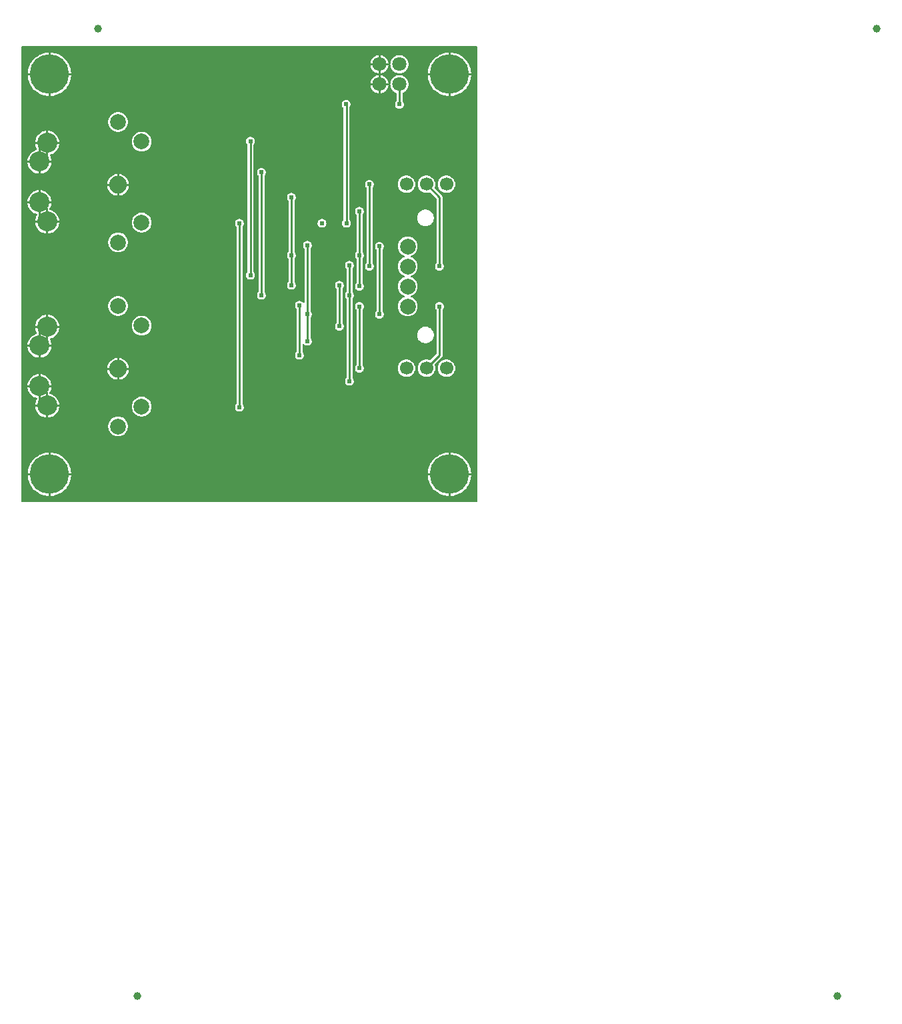
<source format=gbl>
G04 Layer: BottomLayer*
G04 Panelize: V-CUT, Column: 2, Row: 2, Board Size: 58.42mm x 58.42mm, Panelized Board Size: 118.84mm x 118.84mm*
G04 EasyEDA v6.5.32, 2023-07-30 20:53:33*
G04 c3515dc738d34e5298cd013e7790fecd,5a6b42c53f6a479593ecc07194224c93,10*
G04 Gerber Generator version 0.2*
G04 Scale: 100 percent, Rotated: No, Reflected: No *
G04 Dimensions in millimeters *
G04 leading zeros omitted , absolute positions ,4 integer and 5 decimal *
%FSLAX45Y45*%
%MOMM*%

%ADD10C,0.2540*%
%ADD11C,1.0000*%
%ADD12C,2.5400*%
%ADD13C,2.2500*%
%ADD14C,2.0000*%
%ADD15C,5.0000*%
%ADD16C,1.8000*%
%ADD17C,1.7000*%
%ADD18C,0.6096*%
%ADD19C,0.0155*%

%LPD*%
G36*
X5805932Y25908D02*
G01*
X36068Y26416D01*
X32156Y27178D01*
X28905Y29362D01*
X26670Y32664D01*
X25908Y36576D01*
X25908Y5805932D01*
X26670Y5809843D01*
X28905Y5813094D01*
X32156Y5815330D01*
X36068Y5816092D01*
X5805932Y5816092D01*
X5809843Y5815330D01*
X5813094Y5813094D01*
X5815330Y5809843D01*
X5816092Y5805932D01*
X5816092Y36068D01*
X5815330Y32207D01*
X5813094Y28905D01*
X5809843Y26670D01*
G37*

%LPC*%
G36*
X4584700Y5600700D02*
G01*
X4687112Y5600700D01*
X4686960Y5602528D01*
X4684268Y5616803D01*
X4679746Y5630672D01*
X4673549Y5643829D01*
X4665776Y5656122D01*
X4656480Y5667349D01*
X4645863Y5677306D01*
X4634077Y5685840D01*
X4621326Y5692851D01*
X4607814Y5698236D01*
X4593691Y5701842D01*
X4584700Y5702960D01*
G37*
G36*
X393700Y105562D02*
G01*
X398322Y105664D01*
X421284Y108051D01*
X443992Y112369D01*
X466242Y118618D01*
X487934Y126644D01*
X508812Y136499D01*
X528828Y148031D01*
X547827Y161239D01*
X565607Y175971D01*
X582117Y192125D01*
X597204Y209600D01*
X610819Y228295D01*
X622757Y248107D01*
X633018Y268782D01*
X641553Y290271D01*
X648208Y312369D01*
X653034Y334975D01*
X655929Y357936D01*
X656336Y368300D01*
X393700Y368300D01*
G37*
G36*
X5448300Y105613D02*
G01*
X5448300Y368300D01*
X5185410Y368300D01*
X5187289Y346405D01*
X5191150Y323646D01*
X5196890Y301244D01*
X5204460Y279450D01*
X5213858Y258317D01*
X5224983Y238099D01*
X5237784Y218846D01*
X5252161Y200710D01*
X5267960Y183896D01*
X5285130Y168402D01*
X5303520Y154432D01*
X5323027Y142087D01*
X5343499Y131368D01*
X5364835Y122428D01*
X5386781Y115265D01*
X5409285Y109982D01*
X5432145Y106629D01*
G37*
G36*
X368300Y105613D02*
G01*
X368300Y368300D01*
X105410Y368300D01*
X107289Y346405D01*
X111150Y323646D01*
X116890Y301244D01*
X124460Y279450D01*
X133858Y258317D01*
X144983Y238099D01*
X157784Y218846D01*
X172161Y200710D01*
X187960Y183896D01*
X205130Y168402D01*
X223520Y154432D01*
X243027Y142087D01*
X263499Y131368D01*
X284835Y122428D01*
X306781Y115265D01*
X329285Y109982D01*
X352145Y106629D01*
G37*
G36*
X393700Y393700D02*
G01*
X656336Y393700D01*
X655929Y404063D01*
X653034Y427024D01*
X648208Y449630D01*
X641553Y471728D01*
X633018Y493217D01*
X622757Y513892D01*
X610819Y533704D01*
X597204Y552348D01*
X582117Y569874D01*
X565607Y586028D01*
X547827Y600760D01*
X528828Y613968D01*
X508812Y625500D01*
X487934Y635355D01*
X466242Y643382D01*
X443992Y649630D01*
X421284Y653948D01*
X398322Y656336D01*
X393700Y656437D01*
G37*
G36*
X5473700Y393700D02*
G01*
X5736336Y393700D01*
X5735929Y404063D01*
X5733034Y427024D01*
X5728208Y449630D01*
X5721553Y471728D01*
X5713018Y493217D01*
X5702757Y513892D01*
X5690819Y533704D01*
X5677204Y552348D01*
X5662117Y569874D01*
X5645607Y586028D01*
X5627827Y600760D01*
X5608828Y613968D01*
X5588812Y625500D01*
X5567934Y635355D01*
X5546242Y643382D01*
X5523992Y649630D01*
X5501284Y653948D01*
X5478322Y656336D01*
X5473700Y656437D01*
G37*
G36*
X5185410Y393700D02*
G01*
X5448300Y393700D01*
X5448300Y656386D01*
X5432145Y655370D01*
X5409285Y652018D01*
X5386781Y646734D01*
X5364835Y639572D01*
X5343499Y630631D01*
X5323027Y619912D01*
X5303520Y607568D01*
X5285130Y593598D01*
X5267960Y578104D01*
X5252161Y561289D01*
X5237784Y543153D01*
X5224983Y523900D01*
X5213858Y503682D01*
X5204460Y482549D01*
X5196890Y460756D01*
X5191150Y438353D01*
X5187289Y415594D01*
G37*
G36*
X105410Y393700D02*
G01*
X368300Y393700D01*
X368300Y656386D01*
X352145Y655370D01*
X329285Y652018D01*
X306781Y646734D01*
X284835Y639572D01*
X263499Y630631D01*
X243027Y619912D01*
X223520Y607568D01*
X205130Y593598D01*
X187960Y578104D01*
X172161Y561289D01*
X157784Y543153D01*
X144983Y523900D01*
X133858Y503682D01*
X124460Y482549D01*
X116890Y460756D01*
X111150Y438353D01*
X107289Y415594D01*
G37*
G36*
X1252220Y862177D02*
G01*
X1267409Y863092D01*
X1282344Y865835D01*
X1296873Y870356D01*
X1310741Y876604D01*
X1323746Y884428D01*
X1335684Y893826D01*
X1346454Y904595D01*
X1355801Y916533D01*
X1363675Y929538D01*
X1369923Y943406D01*
X1374444Y957935D01*
X1377188Y972870D01*
X1378102Y988060D01*
X1377188Y1003249D01*
X1374444Y1018184D01*
X1369923Y1032713D01*
X1363675Y1046581D01*
X1355801Y1059586D01*
X1346454Y1071524D01*
X1335684Y1082294D01*
X1323746Y1091641D01*
X1310741Y1099515D01*
X1296873Y1105763D01*
X1282344Y1110284D01*
X1267409Y1113028D01*
X1252220Y1113942D01*
X1237030Y1113028D01*
X1222095Y1110284D01*
X1207566Y1105763D01*
X1193698Y1099515D01*
X1180693Y1091641D01*
X1168755Y1082294D01*
X1157986Y1071524D01*
X1148588Y1059586D01*
X1140764Y1046581D01*
X1134516Y1032713D01*
X1129995Y1018184D01*
X1127252Y1003249D01*
X1126337Y988060D01*
X1127252Y972870D01*
X1129995Y957935D01*
X1134516Y943406D01*
X1140764Y929538D01*
X1148588Y916533D01*
X1157986Y904595D01*
X1168755Y893826D01*
X1180693Y884428D01*
X1193698Y876604D01*
X1207566Y870356D01*
X1222095Y865835D01*
X1237030Y863092D01*
G37*
G36*
X365760Y1100023D02*
G01*
X369874Y1100277D01*
X386486Y1103020D01*
X402691Y1107592D01*
X418287Y1113942D01*
X433120Y1121968D01*
X446938Y1131570D01*
X459689Y1142644D01*
X471068Y1155039D01*
X481076Y1168603D01*
X489458Y1183182D01*
X496265Y1198626D01*
X501294Y1214678D01*
X504494Y1231239D01*
X505206Y1239520D01*
X365760Y1239520D01*
G37*
G36*
X340360Y1100023D02*
G01*
X340360Y1239520D01*
X200914Y1239520D01*
X201625Y1231239D01*
X204825Y1214678D01*
X209854Y1198626D01*
X216611Y1183182D01*
X225044Y1168603D01*
X235051Y1155039D01*
X246430Y1142644D01*
X259130Y1131570D01*
X272999Y1121968D01*
X287782Y1113942D01*
X303428Y1107592D01*
X319633Y1103020D01*
X336245Y1100277D01*
G37*
G36*
X1551940Y1113637D02*
G01*
X1567129Y1114552D01*
X1582064Y1117295D01*
X1596593Y1121816D01*
X1610461Y1128064D01*
X1623466Y1135888D01*
X1635404Y1145286D01*
X1646174Y1156055D01*
X1655521Y1167993D01*
X1663395Y1180998D01*
X1669643Y1194866D01*
X1674164Y1209395D01*
X1676907Y1224330D01*
X1677822Y1239520D01*
X1676907Y1254709D01*
X1674164Y1269644D01*
X1669643Y1284173D01*
X1663395Y1298041D01*
X1655521Y1311046D01*
X1646174Y1322984D01*
X1635404Y1333754D01*
X1623466Y1343101D01*
X1610461Y1350975D01*
X1596593Y1357223D01*
X1582064Y1361744D01*
X1567129Y1364488D01*
X1551940Y1365402D01*
X1536750Y1364488D01*
X1521815Y1361744D01*
X1507286Y1357223D01*
X1493418Y1350975D01*
X1480413Y1343101D01*
X1468475Y1333754D01*
X1457706Y1322984D01*
X1448308Y1311046D01*
X1440484Y1298041D01*
X1434236Y1284173D01*
X1429715Y1269644D01*
X1426972Y1254709D01*
X1426057Y1239520D01*
X1426972Y1224330D01*
X1429715Y1209395D01*
X1434236Y1194866D01*
X1440484Y1180998D01*
X1448308Y1167993D01*
X1457706Y1156055D01*
X1468475Y1145286D01*
X1480413Y1135888D01*
X1493418Y1128064D01*
X1507286Y1121816D01*
X1521815Y1117295D01*
X1536750Y1114552D01*
G37*
G36*
X2794000Y1175562D02*
G01*
X2803804Y1176426D01*
X2813253Y1178966D01*
X2822194Y1183081D01*
X2830220Y1188720D01*
X2837180Y1195679D01*
X2842818Y1203706D01*
X2846933Y1212646D01*
X2849473Y1222095D01*
X2850337Y1231900D01*
X2849473Y1241704D01*
X2846933Y1251153D01*
X2842818Y1260094D01*
X2837180Y1268120D01*
X2835605Y1269695D01*
X2833370Y1272997D01*
X2832608Y1276908D01*
X2832608Y3523691D01*
X2833370Y3527602D01*
X2835605Y3530904D01*
X2837180Y3532479D01*
X2842818Y3540506D01*
X2846933Y3549446D01*
X2849473Y3558895D01*
X2850337Y3568700D01*
X2849473Y3578504D01*
X2846933Y3587953D01*
X2842818Y3596894D01*
X2837180Y3604920D01*
X2830220Y3611879D01*
X2822194Y3617518D01*
X2813253Y3621633D01*
X2803804Y3624173D01*
X2794000Y3625037D01*
X2784195Y3624173D01*
X2774746Y3621633D01*
X2765806Y3617518D01*
X2757779Y3611879D01*
X2750820Y3604920D01*
X2745181Y3596894D01*
X2741066Y3587953D01*
X2738526Y3578504D01*
X2737662Y3568700D01*
X2738526Y3558895D01*
X2741066Y3549446D01*
X2745181Y3540506D01*
X2750820Y3532479D01*
X2752394Y3530904D01*
X2754630Y3527602D01*
X2755392Y3523691D01*
X2755392Y1276908D01*
X2754630Y1272997D01*
X2752394Y1269695D01*
X2750820Y1268120D01*
X2745181Y1260094D01*
X2741066Y1251153D01*
X2738526Y1241704D01*
X2737662Y1231900D01*
X2738526Y1222095D01*
X2741066Y1212646D01*
X2745181Y1203706D01*
X2750820Y1195679D01*
X2757779Y1188720D01*
X2765806Y1183081D01*
X2774746Y1178966D01*
X2784195Y1176426D01*
G37*
G36*
X200710Y1264920D02*
G01*
X340360Y1264920D01*
X340360Y1415034D01*
X341122Y1418945D01*
X343306Y1422196D01*
X346608Y1424432D01*
X350520Y1425194D01*
X355600Y1425194D01*
X359460Y1424432D01*
X362762Y1422196D01*
X364998Y1418945D01*
X365760Y1415034D01*
X365760Y1264920D01*
X505409Y1264920D01*
X503123Y1281531D01*
X498957Y1297838D01*
X493064Y1313637D01*
X485444Y1328674D01*
X476250Y1342745D01*
X465531Y1355750D01*
X453491Y1367536D01*
X440182Y1377848D01*
X425805Y1386687D01*
X410565Y1393850D01*
X394665Y1399336D01*
X388924Y1400606D01*
X385470Y1402130D01*
X382778Y1404772D01*
X381254Y1408277D01*
X381101Y1412036D01*
X382371Y1415592D01*
X390398Y1429562D01*
X397205Y1445006D01*
X402234Y1461058D01*
X405434Y1477568D01*
X406146Y1485900D01*
X266700Y1485900D01*
X266700Y1335684D01*
X265938Y1331772D01*
X263702Y1328470D01*
X260451Y1326286D01*
X256540Y1325524D01*
X251460Y1325524D01*
X247548Y1326286D01*
X244297Y1328470D01*
X242062Y1331772D01*
X241300Y1335684D01*
X241300Y1485900D01*
X101854Y1485900D01*
X102565Y1477568D01*
X105765Y1461058D01*
X110794Y1445006D01*
X117602Y1429562D01*
X125983Y1414983D01*
X135991Y1401419D01*
X147370Y1389024D01*
X160070Y1377950D01*
X173939Y1368348D01*
X188772Y1360322D01*
X204368Y1353972D01*
X218744Y1349908D01*
X222148Y1348232D01*
X224688Y1345387D01*
X226009Y1341882D01*
X225958Y1338072D01*
X224485Y1334566D01*
X220624Y1328674D01*
X213055Y1313637D01*
X207111Y1297838D01*
X202996Y1281531D01*
G37*
G36*
X4456887Y5600700D02*
G01*
X4559300Y5600700D01*
X4559300Y5702960D01*
X4550308Y5701842D01*
X4536186Y5698236D01*
X4522673Y5692851D01*
X4509922Y5685840D01*
X4498136Y5677306D01*
X4487519Y5667349D01*
X4478223Y5656122D01*
X4470450Y5643829D01*
X4464253Y5630672D01*
X4459732Y5616803D01*
X4457039Y5602528D01*
G37*
G36*
X105410Y5473700D02*
G01*
X368300Y5473700D01*
X368300Y5736386D01*
X352145Y5735370D01*
X329285Y5732018D01*
X306781Y5726734D01*
X284835Y5719572D01*
X263499Y5710631D01*
X243027Y5699912D01*
X223520Y5687568D01*
X205130Y5673598D01*
X187960Y5658104D01*
X172161Y5641289D01*
X157784Y5623153D01*
X144983Y5603900D01*
X133858Y5583682D01*
X124460Y5562549D01*
X116890Y5540756D01*
X111150Y5518353D01*
X107289Y5495594D01*
G37*
G36*
X4191000Y1505762D02*
G01*
X4200804Y1506626D01*
X4210253Y1509166D01*
X4219194Y1513281D01*
X4227220Y1518920D01*
X4234180Y1525879D01*
X4239818Y1533906D01*
X4243933Y1542846D01*
X4246473Y1552295D01*
X4247337Y1562100D01*
X4246473Y1571904D01*
X4243933Y1581353D01*
X4239818Y1590294D01*
X4234180Y1598320D01*
X4232605Y1599895D01*
X4230370Y1603197D01*
X4229608Y1607108D01*
X4229608Y2609291D01*
X4230370Y2613202D01*
X4232605Y2616504D01*
X4234180Y2618079D01*
X4239818Y2626106D01*
X4243933Y2635046D01*
X4246473Y2644495D01*
X4247337Y2654300D01*
X4246473Y2664104D01*
X4243933Y2673553D01*
X4239818Y2682494D01*
X4234180Y2690520D01*
X4232554Y2692095D01*
X4230370Y2695397D01*
X4229608Y2699308D01*
X4229608Y2990291D01*
X4230370Y2994202D01*
X4232554Y2997504D01*
X4234180Y2999079D01*
X4239818Y3007106D01*
X4243933Y3016046D01*
X4246473Y3025495D01*
X4247337Y3035300D01*
X4246473Y3045104D01*
X4243933Y3054553D01*
X4239818Y3063494D01*
X4234180Y3071520D01*
X4227220Y3078480D01*
X4219194Y3084118D01*
X4210253Y3088233D01*
X4200804Y3090773D01*
X4191000Y3091637D01*
X4181195Y3090773D01*
X4171746Y3088233D01*
X4162806Y3084118D01*
X4154779Y3078480D01*
X4147820Y3071520D01*
X4142181Y3063494D01*
X4138066Y3054553D01*
X4135526Y3045104D01*
X4134662Y3035300D01*
X4135526Y3025495D01*
X4138066Y3016046D01*
X4142181Y3007106D01*
X4147820Y2999079D01*
X4149394Y2997504D01*
X4151629Y2994202D01*
X4152392Y2990342D01*
X4152392Y2699258D01*
X4151629Y2695397D01*
X4149394Y2692095D01*
X4147820Y2690520D01*
X4142181Y2682494D01*
X4138066Y2673553D01*
X4135526Y2664104D01*
X4134662Y2654300D01*
X4135526Y2644495D01*
X4138066Y2635046D01*
X4142181Y2626106D01*
X4147820Y2618079D01*
X4149394Y2616504D01*
X4151629Y2613202D01*
X4152392Y2609291D01*
X4152392Y1607108D01*
X4151629Y1603197D01*
X4149394Y1599895D01*
X4147820Y1598320D01*
X4142181Y1590294D01*
X4138066Y1581353D01*
X4135526Y1571904D01*
X4134662Y1562100D01*
X4135526Y1552295D01*
X4138066Y1542846D01*
X4142181Y1533906D01*
X4147820Y1525879D01*
X4154779Y1518920D01*
X4162806Y1513281D01*
X4171746Y1509166D01*
X4181195Y1506626D01*
G37*
G36*
X266700Y1511300D02*
G01*
X406349Y1511300D01*
X404063Y1527911D01*
X399897Y1544218D01*
X394004Y1560017D01*
X386384Y1575054D01*
X377190Y1589125D01*
X366471Y1602130D01*
X354431Y1613865D01*
X341122Y1624228D01*
X326745Y1633067D01*
X311556Y1640230D01*
X295605Y1645716D01*
X279146Y1649374D01*
X266700Y1650796D01*
G37*
G36*
X101650Y1511300D02*
G01*
X241300Y1511300D01*
X241300Y1650796D01*
X228854Y1649374D01*
X212394Y1645716D01*
X196443Y1640230D01*
X181254Y1633067D01*
X166878Y1624228D01*
X153568Y1613865D01*
X141528Y1602130D01*
X130810Y1589125D01*
X121615Y1575054D01*
X113995Y1560017D01*
X108102Y1544218D01*
X103936Y1527911D01*
G37*
G36*
X1264920Y1581912D02*
G01*
X1268272Y1582115D01*
X1284122Y1584909D01*
X1299565Y1589532D01*
X1314348Y1595882D01*
X1328267Y1603959D01*
X1341170Y1613560D01*
X1352854Y1624584D01*
X1363218Y1636928D01*
X1372057Y1650390D01*
X1379270Y1664766D01*
X1384808Y1679905D01*
X1388516Y1695551D01*
X1389837Y1706880D01*
X1264920Y1706880D01*
G37*
G36*
X1239520Y1581912D02*
G01*
X1239520Y1706880D01*
X1114602Y1706880D01*
X1115923Y1695551D01*
X1119632Y1679905D01*
X1125118Y1664766D01*
X1132382Y1650390D01*
X1141222Y1636928D01*
X1151534Y1624584D01*
X1163269Y1613560D01*
X1176172Y1603959D01*
X1190091Y1595882D01*
X1204874Y1589532D01*
X1220317Y1584909D01*
X1236167Y1582115D01*
G37*
G36*
X4911344Y1616354D02*
G01*
X4925517Y1616811D01*
X4939538Y1619097D01*
X4953203Y1623110D01*
X4966157Y1628901D01*
X4978298Y1636268D01*
X4989423Y1645107D01*
X4999329Y1655318D01*
X5007813Y1666697D01*
X5014772Y1679092D01*
X5020106Y1692249D01*
X5023713Y1706016D01*
X5025542Y1720088D01*
X5025542Y1734312D01*
X5023713Y1748383D01*
X5020106Y1762150D01*
X5014772Y1775307D01*
X5007813Y1787702D01*
X4999329Y1799082D01*
X4989423Y1809292D01*
X4978298Y1818132D01*
X4966157Y1825498D01*
X4953203Y1831238D01*
X4939538Y1835302D01*
X4925517Y1837588D01*
X4911344Y1838045D01*
X4897170Y1836674D01*
X4883353Y1833473D01*
X4869992Y1828596D01*
X4857394Y1821992D01*
X4845761Y1813864D01*
X4835245Y1804314D01*
X4826000Y1793493D01*
X4818278Y1781606D01*
X4812080Y1768805D01*
X4807610Y1755343D01*
X4804918Y1741373D01*
X4804003Y1727200D01*
X4804918Y1713026D01*
X4807610Y1699056D01*
X4812080Y1685594D01*
X4818278Y1672793D01*
X4826000Y1660855D01*
X4835245Y1650034D01*
X4845761Y1640484D01*
X4857394Y1632356D01*
X4869992Y1625803D01*
X4883353Y1620875D01*
X4897170Y1617726D01*
G37*
G36*
X5419344Y1616354D02*
G01*
X5433517Y1616811D01*
X5447538Y1619097D01*
X5461152Y1623110D01*
X5474157Y1628901D01*
X5486298Y1636268D01*
X5497423Y1645107D01*
X5507329Y1655318D01*
X5515813Y1666697D01*
X5522772Y1679092D01*
X5528106Y1692249D01*
X5531713Y1706016D01*
X5533542Y1720088D01*
X5533542Y1734312D01*
X5531713Y1748383D01*
X5528106Y1762150D01*
X5522772Y1775307D01*
X5515813Y1787702D01*
X5507329Y1799082D01*
X5497423Y1809292D01*
X5486298Y1818132D01*
X5474157Y1825498D01*
X5461152Y1831238D01*
X5447538Y1835302D01*
X5433517Y1837588D01*
X5419344Y1838045D01*
X5405170Y1836674D01*
X5391353Y1833473D01*
X5377992Y1828596D01*
X5365394Y1821992D01*
X5353761Y1813864D01*
X5343245Y1804314D01*
X5334000Y1793493D01*
X5326278Y1781606D01*
X5320080Y1768805D01*
X5315610Y1755343D01*
X5312918Y1741373D01*
X5312003Y1727200D01*
X5312918Y1713026D01*
X5315610Y1699056D01*
X5320080Y1685594D01*
X5326278Y1672793D01*
X5334000Y1660855D01*
X5343245Y1650034D01*
X5353761Y1640484D01*
X5365394Y1632356D01*
X5377992Y1625803D01*
X5391353Y1620875D01*
X5405170Y1617726D01*
G37*
G36*
X5165344Y1616354D02*
G01*
X5179517Y1616811D01*
X5193538Y1619097D01*
X5207203Y1623110D01*
X5220157Y1628901D01*
X5232298Y1636268D01*
X5243423Y1645107D01*
X5253329Y1655318D01*
X5261813Y1666697D01*
X5268772Y1679092D01*
X5274106Y1692249D01*
X5277713Y1706016D01*
X5279542Y1720088D01*
X5279542Y1734312D01*
X5277713Y1748383D01*
X5274106Y1762150D01*
X5272125Y1767078D01*
X5271363Y1770938D01*
X5272176Y1774799D01*
X5274360Y1778050D01*
X5360924Y1864664D01*
X5366054Y1870862D01*
X5369610Y1877517D01*
X5371795Y1884781D01*
X5372608Y1892807D01*
X5372608Y2467152D01*
X5373370Y2471064D01*
X5375554Y2474366D01*
X5377180Y2475941D01*
X5382818Y2483967D01*
X5386933Y2492908D01*
X5389473Y2502357D01*
X5390337Y2512161D01*
X5389473Y2521966D01*
X5386933Y2531414D01*
X5382818Y2540355D01*
X5377180Y2548382D01*
X5370220Y2555341D01*
X5362194Y2560980D01*
X5353253Y2565095D01*
X5343804Y2567635D01*
X5334000Y2568498D01*
X5324195Y2567635D01*
X5314746Y2565095D01*
X5305806Y2560980D01*
X5297779Y2555341D01*
X5290820Y2548382D01*
X5285181Y2540355D01*
X5281066Y2531414D01*
X5278526Y2521966D01*
X5277662Y2512161D01*
X5278526Y2502357D01*
X5281066Y2492908D01*
X5285181Y2483967D01*
X5290820Y2475941D01*
X5292394Y2474366D01*
X5294630Y2471064D01*
X5295392Y2467203D01*
X5295392Y1912518D01*
X5294630Y1908606D01*
X5292394Y1905304D01*
X5219852Y1832762D01*
X5216499Y1830527D01*
X5212486Y1829765D01*
X5193538Y1835302D01*
X5179517Y1837588D01*
X5165344Y1838045D01*
X5151170Y1836674D01*
X5137353Y1833473D01*
X5123992Y1828596D01*
X5111394Y1821992D01*
X5099761Y1813864D01*
X5089245Y1804314D01*
X5080000Y1793493D01*
X5072278Y1781606D01*
X5066080Y1768805D01*
X5061610Y1755343D01*
X5058918Y1741373D01*
X5058003Y1727200D01*
X5058918Y1713026D01*
X5061610Y1699056D01*
X5066080Y1685594D01*
X5072278Y1672793D01*
X5080000Y1660855D01*
X5089245Y1650034D01*
X5099761Y1640484D01*
X5111394Y1632356D01*
X5123992Y1625803D01*
X5137353Y1620875D01*
X5151170Y1617726D01*
G37*
G36*
X4318000Y1670862D02*
G01*
X4327804Y1671726D01*
X4337253Y1674266D01*
X4346194Y1678381D01*
X4354220Y1684020D01*
X4361180Y1690979D01*
X4366818Y1699006D01*
X4370933Y1707946D01*
X4373473Y1717395D01*
X4374337Y1727200D01*
X4373473Y1737004D01*
X4370933Y1746453D01*
X4366818Y1755393D01*
X4361180Y1763420D01*
X4359554Y1764995D01*
X4357370Y1768297D01*
X4356608Y1772208D01*
X4356608Y2467152D01*
X4357370Y2471064D01*
X4359554Y2474366D01*
X4361180Y2475941D01*
X4366818Y2483967D01*
X4370933Y2492908D01*
X4373473Y2502357D01*
X4374337Y2512161D01*
X4373473Y2521966D01*
X4370933Y2531414D01*
X4366818Y2540355D01*
X4361180Y2548382D01*
X4354220Y2555341D01*
X4346194Y2560980D01*
X4337253Y2565095D01*
X4327804Y2567635D01*
X4318000Y2568498D01*
X4308195Y2567635D01*
X4298746Y2565095D01*
X4289806Y2560980D01*
X4281779Y2555341D01*
X4274820Y2548382D01*
X4269181Y2540355D01*
X4265066Y2531414D01*
X4262526Y2521966D01*
X4261662Y2512161D01*
X4262526Y2502357D01*
X4265066Y2492908D01*
X4269181Y2483967D01*
X4274820Y2475941D01*
X4276394Y2474366D01*
X4278630Y2471064D01*
X4279392Y2467203D01*
X4279392Y1772157D01*
X4278630Y1768297D01*
X4276394Y1764995D01*
X4274820Y1763420D01*
X4269181Y1755393D01*
X4265066Y1746453D01*
X4262526Y1737004D01*
X4261662Y1727200D01*
X4262526Y1717395D01*
X4265066Y1707946D01*
X4269181Y1699006D01*
X4274820Y1690979D01*
X4281779Y1684020D01*
X4289806Y1678381D01*
X4298746Y1674266D01*
X4308195Y1671726D01*
G37*
G36*
X1264920Y1732280D02*
G01*
X1389837Y1732280D01*
X1388516Y1743608D01*
X1384808Y1759254D01*
X1379270Y1774393D01*
X1372057Y1788769D01*
X1363218Y1802231D01*
X1352854Y1814525D01*
X1341170Y1825599D01*
X1328267Y1835200D01*
X1314348Y1843227D01*
X1299565Y1849628D01*
X1284122Y1854250D01*
X1268272Y1857044D01*
X1264920Y1857248D01*
G37*
G36*
X1114602Y1732280D02*
G01*
X1239520Y1732280D01*
X1239520Y1857248D01*
X1236167Y1857044D01*
X1220317Y1854250D01*
X1204874Y1849628D01*
X1190091Y1843227D01*
X1176172Y1835200D01*
X1163269Y1825599D01*
X1151534Y1814525D01*
X1141222Y1802231D01*
X1132382Y1788769D01*
X1125118Y1774393D01*
X1119632Y1759254D01*
X1115923Y1743608D01*
G37*
G36*
X5185410Y5473700D02*
G01*
X5448300Y5473700D01*
X5448300Y5736386D01*
X5432145Y5735370D01*
X5409285Y5732018D01*
X5386781Y5726734D01*
X5364835Y5719572D01*
X5343499Y5710631D01*
X5323027Y5699912D01*
X5303520Y5687568D01*
X5285130Y5673598D01*
X5267960Y5658104D01*
X5252161Y5641289D01*
X5237784Y5623153D01*
X5224983Y5603900D01*
X5213858Y5583682D01*
X5204460Y5562549D01*
X5196890Y5540756D01*
X5191150Y5518353D01*
X5187289Y5495594D01*
G37*
G36*
X3556000Y1835962D02*
G01*
X3565804Y1836826D01*
X3575253Y1839366D01*
X3584194Y1843481D01*
X3592220Y1849120D01*
X3599179Y1856079D01*
X3604818Y1864106D01*
X3608933Y1873046D01*
X3611473Y1882495D01*
X3612337Y1892300D01*
X3611473Y1902104D01*
X3608933Y1911553D01*
X3604818Y1920493D01*
X3599179Y1928520D01*
X3597605Y1930095D01*
X3595370Y1933397D01*
X3594608Y1937308D01*
X3594608Y2029968D01*
X3595522Y2034133D01*
X3598011Y2037537D01*
X3601720Y2039620D01*
X3605936Y2040026D01*
X3610000Y2038654D01*
X3613099Y2035759D01*
X3614420Y2033879D01*
X3621379Y2026920D01*
X3629406Y2021281D01*
X3638296Y2017166D01*
X3647795Y2014626D01*
X3657600Y2013762D01*
X3667353Y2014626D01*
X3676853Y2017166D01*
X3685743Y2021281D01*
X3693820Y2026920D01*
X3700729Y2033879D01*
X3706368Y2041906D01*
X3710533Y2050846D01*
X3713073Y2060295D01*
X3713937Y2070100D01*
X3713073Y2079904D01*
X3710533Y2089353D01*
X3706368Y2098294D01*
X3700729Y2106320D01*
X3699154Y2107895D01*
X3696970Y2111197D01*
X3696208Y2115108D01*
X3696208Y2367991D01*
X3696970Y2371902D01*
X3699154Y2375204D01*
X3700779Y2376779D01*
X3706418Y2384806D01*
X3710533Y2393746D01*
X3713073Y2403195D01*
X3713937Y2413000D01*
X3713073Y2422804D01*
X3710533Y2432253D01*
X3706418Y2441194D01*
X3700779Y2449220D01*
X3699205Y2450795D01*
X3696970Y2454097D01*
X3696208Y2458008D01*
X3696208Y3244291D01*
X3696970Y3248202D01*
X3699154Y3251504D01*
X3700779Y3253079D01*
X3706418Y3261106D01*
X3710533Y3270046D01*
X3713073Y3279495D01*
X3713937Y3289300D01*
X3713073Y3299104D01*
X3710533Y3308553D01*
X3706418Y3317494D01*
X3700779Y3325520D01*
X3693820Y3332479D01*
X3685794Y3338118D01*
X3676853Y3342233D01*
X3667404Y3344773D01*
X3657600Y3345637D01*
X3647795Y3344773D01*
X3638346Y3342233D01*
X3629406Y3338118D01*
X3621379Y3332479D01*
X3614420Y3325520D01*
X3608781Y3317494D01*
X3604666Y3308553D01*
X3602126Y3299104D01*
X3601262Y3289300D01*
X3602126Y3279495D01*
X3604666Y3270046D01*
X3608781Y3261106D01*
X3614420Y3253079D01*
X3615994Y3251504D01*
X3618229Y3248202D01*
X3618992Y3244342D01*
X3618992Y2567432D01*
X3618077Y2563266D01*
X3615588Y2559862D01*
X3611879Y2557729D01*
X3607663Y2557322D01*
X3603599Y2558694D01*
X3600500Y2561590D01*
X3599179Y2563520D01*
X3592220Y2570480D01*
X3584194Y2576118D01*
X3575253Y2580233D01*
X3565804Y2582773D01*
X3556000Y2583637D01*
X3546195Y2582773D01*
X3536746Y2580233D01*
X3527806Y2576118D01*
X3519779Y2570480D01*
X3512820Y2563520D01*
X3507181Y2555494D01*
X3503066Y2546553D01*
X3500526Y2537104D01*
X3499662Y2527300D01*
X3500526Y2517495D01*
X3503066Y2508046D01*
X3507181Y2499106D01*
X3512820Y2491079D01*
X3514394Y2489504D01*
X3516629Y2486202D01*
X3517392Y2482291D01*
X3517392Y1937308D01*
X3516629Y1933397D01*
X3514394Y1930095D01*
X3512820Y1928520D01*
X3507181Y1920493D01*
X3503066Y1911553D01*
X3500526Y1902104D01*
X3499662Y1892300D01*
X3500526Y1882495D01*
X3503066Y1873046D01*
X3507181Y1864106D01*
X3512820Y1856079D01*
X3519779Y1849120D01*
X3527806Y1843481D01*
X3536746Y1839366D01*
X3546195Y1836826D01*
G37*
G36*
X241300Y1861312D02*
G01*
X241300Y2000808D01*
X101854Y2000808D01*
X102565Y1992477D01*
X105765Y1975967D01*
X110794Y1959914D01*
X117602Y1944471D01*
X125983Y1929892D01*
X135991Y1916328D01*
X147370Y1903933D01*
X160070Y1892858D01*
X173939Y1883257D01*
X188772Y1875231D01*
X204368Y1868881D01*
X220573Y1864309D01*
X237185Y1861515D01*
G37*
G36*
X266700Y1861312D02*
G01*
X270814Y1861515D01*
X287426Y1864309D01*
X303631Y1868881D01*
X319227Y1875231D01*
X334060Y1883257D01*
X347929Y1892858D01*
X360629Y1903933D01*
X372008Y1916328D01*
X382016Y1929892D01*
X390398Y1944471D01*
X397205Y1959914D01*
X402234Y1975967D01*
X405434Y1992477D01*
X406146Y2000808D01*
X266700Y2000808D01*
G37*
G36*
X393700Y5473700D02*
G01*
X656336Y5473700D01*
X655929Y5484063D01*
X653034Y5507024D01*
X648208Y5529630D01*
X641553Y5551728D01*
X633018Y5573217D01*
X622757Y5593892D01*
X610819Y5613704D01*
X597204Y5632348D01*
X582117Y5649874D01*
X565607Y5666028D01*
X547827Y5680760D01*
X528828Y5693968D01*
X508812Y5705500D01*
X487934Y5715355D01*
X466242Y5723382D01*
X443992Y5729630D01*
X421284Y5733948D01*
X398322Y5736336D01*
X393700Y5736437D01*
G37*
G36*
X101650Y2026208D02*
G01*
X241300Y2026208D01*
X241300Y2176322D01*
X242062Y2180234D01*
X244297Y2183485D01*
X247548Y2185720D01*
X251460Y2186482D01*
X256540Y2186482D01*
X260451Y2185720D01*
X263702Y2183485D01*
X265938Y2180234D01*
X266700Y2176322D01*
X266700Y2026208D01*
X406349Y2026208D01*
X404063Y2042820D01*
X399897Y2059127D01*
X394004Y2074925D01*
X386334Y2090013D01*
X384911Y2093518D01*
X384860Y2097328D01*
X386181Y2100884D01*
X388721Y2103678D01*
X392074Y2105355D01*
X402691Y2108352D01*
X418287Y2114702D01*
X433120Y2122728D01*
X446938Y2132330D01*
X459689Y2143404D01*
X471068Y2155799D01*
X481076Y2169363D01*
X489458Y2183942D01*
X496265Y2199386D01*
X501294Y2215438D01*
X504494Y2231999D01*
X505206Y2240280D01*
X365760Y2240280D01*
X365760Y2090064D01*
X364998Y2086152D01*
X362762Y2082850D01*
X359460Y2080666D01*
X355600Y2079904D01*
X350520Y2079904D01*
X346608Y2080666D01*
X343306Y2082850D01*
X341122Y2086152D01*
X340360Y2090064D01*
X340360Y2240280D01*
X200914Y2240280D01*
X201625Y2231999D01*
X204825Y2215438D01*
X209854Y2199386D01*
X216611Y2183942D01*
X221183Y2176119D01*
X222402Y2172512D01*
X222250Y2168753D01*
X220725Y2165299D01*
X218033Y2162606D01*
X214579Y2161133D01*
X212394Y2160625D01*
X196443Y2155139D01*
X181254Y2147976D01*
X166878Y2139137D01*
X153568Y2128774D01*
X141528Y2117039D01*
X130810Y2104034D01*
X121615Y2089962D01*
X113995Y2074925D01*
X108102Y2059127D01*
X103936Y2042820D01*
G37*
G36*
X5473700Y5473700D02*
G01*
X5736336Y5473700D01*
X5735929Y5484063D01*
X5733034Y5507024D01*
X5728208Y5529630D01*
X5721553Y5551728D01*
X5713018Y5573217D01*
X5702757Y5593892D01*
X5690819Y5613704D01*
X5677204Y5632348D01*
X5662117Y5649874D01*
X5645607Y5666028D01*
X5627827Y5680760D01*
X5608828Y5693968D01*
X5588812Y5705500D01*
X5567934Y5715355D01*
X5546242Y5723382D01*
X5523992Y5729630D01*
X5501284Y5733948D01*
X5478322Y5736336D01*
X5473700Y5736437D01*
G37*
G36*
X5156250Y2043734D02*
G01*
X5170068Y2044598D01*
X5183632Y2047341D01*
X5196738Y2051761D01*
X5209184Y2057907D01*
X5220665Y2065578D01*
X5231079Y2074722D01*
X5240223Y2085136D01*
X5247944Y2096668D01*
X5254040Y2109063D01*
X5258511Y2122220D01*
X5261203Y2135784D01*
X5262118Y2149602D01*
X5261203Y2163419D01*
X5258511Y2176983D01*
X5254040Y2190140D01*
X5247944Y2202535D01*
X5240223Y2214067D01*
X5231079Y2224481D01*
X5220665Y2233625D01*
X5209184Y2241296D01*
X5196738Y2247442D01*
X5183632Y2251862D01*
X5170068Y2254605D01*
X5156250Y2255469D01*
X5142382Y2254605D01*
X5128818Y2251862D01*
X5115712Y2247442D01*
X5103266Y2241296D01*
X5091785Y2233625D01*
X5081371Y2224481D01*
X5072227Y2214067D01*
X5064506Y2202535D01*
X5058410Y2190140D01*
X5053939Y2176983D01*
X5051247Y2163419D01*
X5050332Y2149602D01*
X5051247Y2135784D01*
X5053939Y2122220D01*
X5058410Y2109063D01*
X5064506Y2096668D01*
X5072227Y2085136D01*
X5081371Y2074722D01*
X5091785Y2065578D01*
X5103266Y2057907D01*
X5115712Y2051761D01*
X5128818Y2047341D01*
X5142382Y2044598D01*
G37*
G36*
X4559300Y5473039D02*
G01*
X4559300Y5575300D01*
X4456887Y5575300D01*
X4457039Y5573471D01*
X4459732Y5559196D01*
X4464253Y5545328D01*
X4470450Y5532170D01*
X4478223Y5519877D01*
X4487519Y5508650D01*
X4498136Y5498693D01*
X4509922Y5490159D01*
X4522673Y5483148D01*
X4536186Y5477764D01*
X4550308Y5474157D01*
G37*
G36*
X1551940Y2142337D02*
G01*
X1567129Y2143252D01*
X1582064Y2145995D01*
X1596593Y2150516D01*
X1610461Y2156764D01*
X1623466Y2164588D01*
X1635404Y2173986D01*
X1646174Y2184755D01*
X1655521Y2196693D01*
X1663395Y2209698D01*
X1669643Y2223566D01*
X1674164Y2238095D01*
X1676907Y2253030D01*
X1677822Y2268220D01*
X1676907Y2283409D01*
X1674164Y2298344D01*
X1669643Y2312873D01*
X1663395Y2326741D01*
X1655521Y2339746D01*
X1646174Y2351684D01*
X1635404Y2362454D01*
X1623466Y2371801D01*
X1610461Y2379675D01*
X1596593Y2385923D01*
X1582064Y2390444D01*
X1567129Y2393188D01*
X1551940Y2394102D01*
X1536750Y2393188D01*
X1521815Y2390444D01*
X1507286Y2385923D01*
X1493418Y2379675D01*
X1480413Y2371801D01*
X1468475Y2362454D01*
X1457706Y2351684D01*
X1448308Y2339746D01*
X1440484Y2326741D01*
X1434236Y2312873D01*
X1429715Y2298344D01*
X1426972Y2283409D01*
X1426057Y2268220D01*
X1426972Y2253030D01*
X1429715Y2238095D01*
X1434236Y2223566D01*
X1440484Y2209698D01*
X1448308Y2196693D01*
X1457706Y2184755D01*
X1468475Y2173986D01*
X1480413Y2164588D01*
X1493418Y2156764D01*
X1507286Y2150516D01*
X1521815Y2145995D01*
X1536750Y2143252D01*
G37*
G36*
X4064000Y2204262D02*
G01*
X4073804Y2205126D01*
X4083253Y2207666D01*
X4092194Y2211781D01*
X4100220Y2217420D01*
X4107179Y2224379D01*
X4112818Y2232406D01*
X4116933Y2241346D01*
X4119473Y2250795D01*
X4120337Y2260600D01*
X4119473Y2270404D01*
X4116933Y2279853D01*
X4112818Y2288794D01*
X4107179Y2296820D01*
X4105554Y2298395D01*
X4103370Y2301697D01*
X4102608Y2305608D01*
X4102608Y2736291D01*
X4103370Y2740202D01*
X4105554Y2743504D01*
X4107179Y2745079D01*
X4112818Y2753106D01*
X4116933Y2762046D01*
X4119473Y2771495D01*
X4120337Y2781300D01*
X4119473Y2791104D01*
X4116933Y2800553D01*
X4112818Y2809494D01*
X4107179Y2817520D01*
X4100220Y2824480D01*
X4092194Y2830118D01*
X4083253Y2834233D01*
X4073804Y2836773D01*
X4064000Y2837637D01*
X4054195Y2836773D01*
X4044746Y2834233D01*
X4035806Y2830118D01*
X4027779Y2824480D01*
X4020820Y2817520D01*
X4015181Y2809494D01*
X4011066Y2800553D01*
X4008526Y2791104D01*
X4007662Y2781300D01*
X4008526Y2771495D01*
X4011066Y2762046D01*
X4015181Y2753106D01*
X4020820Y2745079D01*
X4022394Y2743504D01*
X4024629Y2740202D01*
X4025392Y2736342D01*
X4025392Y2305558D01*
X4024629Y2301697D01*
X4022394Y2298395D01*
X4020820Y2296820D01*
X4015181Y2288794D01*
X4011066Y2279853D01*
X4008526Y2270404D01*
X4007662Y2260600D01*
X4008526Y2250795D01*
X4011066Y2241346D01*
X4015181Y2232406D01*
X4020820Y2224379D01*
X4027779Y2217420D01*
X4035806Y2211781D01*
X4044746Y2207666D01*
X4054195Y2205126D01*
G37*
G36*
X200710Y2265680D02*
G01*
X340360Y2265680D01*
X340360Y2405176D01*
X327914Y2403805D01*
X311454Y2400096D01*
X295503Y2394610D01*
X280263Y2387447D01*
X265938Y2378608D01*
X252628Y2368296D01*
X240588Y2356510D01*
X229870Y2343505D01*
X220624Y2329434D01*
X213055Y2314397D01*
X207111Y2298598D01*
X202996Y2282291D01*
G37*
G36*
X365760Y2265680D02*
G01*
X505409Y2265680D01*
X503123Y2282291D01*
X498957Y2298598D01*
X493064Y2314397D01*
X485444Y2329434D01*
X476250Y2343505D01*
X465531Y2356510D01*
X453491Y2368296D01*
X440182Y2378608D01*
X425805Y2387447D01*
X410565Y2394610D01*
X394665Y2400096D01*
X378206Y2403805D01*
X365760Y2405176D01*
G37*
G36*
X4572000Y2356662D02*
G01*
X4581804Y2357526D01*
X4591253Y2360066D01*
X4600194Y2364181D01*
X4608220Y2369820D01*
X4615180Y2376779D01*
X4620818Y2384806D01*
X4624933Y2393746D01*
X4627473Y2403195D01*
X4628337Y2413000D01*
X4627473Y2422804D01*
X4624933Y2432253D01*
X4620818Y2441194D01*
X4615180Y2449220D01*
X4613554Y2450795D01*
X4611370Y2454097D01*
X4610608Y2458008D01*
X4610608Y3231591D01*
X4611370Y3235502D01*
X4613554Y3238804D01*
X4615180Y3240379D01*
X4620818Y3248406D01*
X4624933Y3257346D01*
X4627473Y3266795D01*
X4628337Y3276600D01*
X4627473Y3286404D01*
X4624933Y3295853D01*
X4620818Y3304794D01*
X4615180Y3312820D01*
X4608220Y3319779D01*
X4600194Y3325418D01*
X4591253Y3329533D01*
X4581804Y3332073D01*
X4572000Y3332937D01*
X4562195Y3332073D01*
X4552746Y3329533D01*
X4543806Y3325418D01*
X4535779Y3319779D01*
X4528820Y3312820D01*
X4523181Y3304794D01*
X4519066Y3295853D01*
X4516526Y3286404D01*
X4515662Y3276600D01*
X4516526Y3266795D01*
X4519066Y3257346D01*
X4523181Y3248406D01*
X4528820Y3240379D01*
X4530394Y3238804D01*
X4532630Y3235502D01*
X4533392Y3231642D01*
X4533392Y2457958D01*
X4532630Y2454097D01*
X4530394Y2450795D01*
X4528820Y2449220D01*
X4523181Y2441194D01*
X4519066Y2432253D01*
X4516526Y2422804D01*
X4515662Y2413000D01*
X4516526Y2403195D01*
X4519066Y2393746D01*
X4523181Y2384806D01*
X4528820Y2376779D01*
X4535779Y2369820D01*
X4543806Y2364181D01*
X4552746Y2360066D01*
X4562195Y2357526D01*
G37*
G36*
X4931206Y2386279D02*
G01*
X4946396Y2387193D01*
X4961331Y2389936D01*
X4975860Y2394458D01*
X4989728Y2400706D01*
X5002733Y2408580D01*
X5014722Y2417927D01*
X5025440Y2428697D01*
X5034838Y2440635D01*
X5042662Y2453690D01*
X5048910Y2467508D01*
X5053431Y2482037D01*
X5056174Y2496972D01*
X5057089Y2512161D01*
X5056174Y2527350D01*
X5053431Y2542286D01*
X5048910Y2556814D01*
X5042662Y2570683D01*
X5034838Y2583688D01*
X5025440Y2595626D01*
X5014722Y2606395D01*
X5002733Y2615793D01*
X4989728Y2623616D01*
X4975809Y2629916D01*
X4972659Y2632151D01*
X4970526Y2635351D01*
X4969814Y2639161D01*
X4970526Y2642971D01*
X4972659Y2646222D01*
X4975809Y2648458D01*
X4989728Y2654706D01*
X5002733Y2662580D01*
X5014722Y2671927D01*
X5025440Y2682697D01*
X5034838Y2694635D01*
X5042662Y2707690D01*
X5048910Y2721508D01*
X5053431Y2736037D01*
X5056174Y2750972D01*
X5057089Y2766161D01*
X5056174Y2781350D01*
X5053431Y2796286D01*
X5048910Y2810814D01*
X5042662Y2824683D01*
X5034838Y2837688D01*
X5025440Y2849626D01*
X5014722Y2860395D01*
X5002733Y2869793D01*
X4989728Y2877616D01*
X4975809Y2883916D01*
X4972659Y2886151D01*
X4970526Y2889351D01*
X4969814Y2893161D01*
X4970526Y2896971D01*
X4972659Y2900222D01*
X4975809Y2902458D01*
X4989728Y2908706D01*
X5002733Y2916580D01*
X5014722Y2925927D01*
X5025440Y2936697D01*
X5034838Y2948635D01*
X5042662Y2961690D01*
X5048910Y2975508D01*
X5053431Y2990037D01*
X5056174Y3004972D01*
X5057089Y3020161D01*
X5056174Y3035350D01*
X5053431Y3050286D01*
X5048910Y3064814D01*
X5042662Y3078683D01*
X5034838Y3091688D01*
X5025440Y3103626D01*
X5014722Y3114395D01*
X5002733Y3123793D01*
X4989728Y3131616D01*
X4975809Y3137916D01*
X4972659Y3140151D01*
X4970526Y3143351D01*
X4969814Y3147161D01*
X4970526Y3150971D01*
X4972659Y3154222D01*
X4975809Y3156458D01*
X4989728Y3162706D01*
X5002733Y3170580D01*
X5014722Y3179927D01*
X5025440Y3190697D01*
X5034838Y3202635D01*
X5042662Y3215690D01*
X5048910Y3229508D01*
X5053431Y3244037D01*
X5056174Y3258972D01*
X5057089Y3274161D01*
X5056174Y3289350D01*
X5053431Y3304286D01*
X5048910Y3318814D01*
X5042662Y3332683D01*
X5034838Y3345687D01*
X5025440Y3357626D01*
X5014722Y3368395D01*
X5002733Y3377793D01*
X4989728Y3385616D01*
X4975860Y3391865D01*
X4961331Y3396386D01*
X4946396Y3399129D01*
X4931206Y3400044D01*
X4916017Y3399129D01*
X4901082Y3396386D01*
X4886553Y3391865D01*
X4872736Y3385616D01*
X4859680Y3377793D01*
X4847742Y3368395D01*
X4836972Y3357626D01*
X4827625Y3345687D01*
X4819751Y3332683D01*
X4813503Y3318814D01*
X4808982Y3304286D01*
X4806238Y3289350D01*
X4805324Y3274161D01*
X4806238Y3258972D01*
X4808982Y3244037D01*
X4813503Y3229508D01*
X4819751Y3215690D01*
X4827625Y3202635D01*
X4836972Y3190697D01*
X4847742Y3179927D01*
X4859680Y3170580D01*
X4872736Y3162706D01*
X4886655Y3156458D01*
X4889804Y3154222D01*
X4891887Y3150971D01*
X4892649Y3147161D01*
X4891887Y3143351D01*
X4889804Y3140151D01*
X4886655Y3137916D01*
X4872736Y3131616D01*
X4859680Y3123793D01*
X4847742Y3114395D01*
X4836972Y3103626D01*
X4827625Y3091688D01*
X4819751Y3078683D01*
X4813503Y3064814D01*
X4808982Y3050286D01*
X4806238Y3035350D01*
X4805324Y3020161D01*
X4806238Y3004972D01*
X4808982Y2990037D01*
X4813503Y2975508D01*
X4819751Y2961690D01*
X4827625Y2948635D01*
X4836972Y2936697D01*
X4847742Y2925927D01*
X4859680Y2916580D01*
X4872736Y2908706D01*
X4886655Y2902458D01*
X4889804Y2900222D01*
X4891887Y2896971D01*
X4892649Y2893161D01*
X4891887Y2889351D01*
X4889804Y2886151D01*
X4886655Y2883916D01*
X4872736Y2877616D01*
X4859680Y2869793D01*
X4847742Y2860395D01*
X4836972Y2849626D01*
X4827625Y2837688D01*
X4819751Y2824683D01*
X4813503Y2810814D01*
X4808982Y2796286D01*
X4806238Y2781350D01*
X4805324Y2766161D01*
X4806238Y2750972D01*
X4808982Y2736037D01*
X4813503Y2721508D01*
X4819751Y2707690D01*
X4827625Y2694635D01*
X4836972Y2682697D01*
X4847742Y2671927D01*
X4859680Y2662580D01*
X4872736Y2654706D01*
X4886655Y2648458D01*
X4889804Y2646222D01*
X4891887Y2642971D01*
X4892649Y2639161D01*
X4891887Y2635351D01*
X4889804Y2632151D01*
X4886655Y2629916D01*
X4872736Y2623616D01*
X4859680Y2615793D01*
X4847742Y2606395D01*
X4836972Y2595626D01*
X4827625Y2583688D01*
X4819751Y2570683D01*
X4813503Y2556814D01*
X4808982Y2542286D01*
X4806238Y2527350D01*
X4805324Y2512161D01*
X4806238Y2496972D01*
X4808982Y2482037D01*
X4813503Y2467508D01*
X4819751Y2453690D01*
X4827625Y2440635D01*
X4836972Y2428697D01*
X4847742Y2417927D01*
X4859680Y2408580D01*
X4872736Y2400706D01*
X4886553Y2394458D01*
X4901082Y2389936D01*
X4916017Y2387193D01*
G37*
G36*
X1252220Y2391257D02*
G01*
X1267409Y2392172D01*
X1282344Y2394915D01*
X1296873Y2399436D01*
X1310741Y2405684D01*
X1323746Y2413508D01*
X1335684Y2422906D01*
X1346454Y2433675D01*
X1355801Y2445613D01*
X1363675Y2458618D01*
X1369923Y2472486D01*
X1374444Y2487015D01*
X1377188Y2501950D01*
X1378102Y2517140D01*
X1377188Y2532329D01*
X1374444Y2547264D01*
X1369923Y2561793D01*
X1363675Y2575661D01*
X1355801Y2588666D01*
X1346454Y2600604D01*
X1335684Y2611374D01*
X1323746Y2620721D01*
X1310741Y2628595D01*
X1296873Y2634843D01*
X1282344Y2639364D01*
X1267409Y2642108D01*
X1252220Y2643022D01*
X1237030Y2642108D01*
X1222095Y2639364D01*
X1207566Y2634843D01*
X1193698Y2628595D01*
X1180693Y2620721D01*
X1168755Y2611374D01*
X1157986Y2600604D01*
X1148588Y2588666D01*
X1140764Y2575661D01*
X1134516Y2561793D01*
X1129995Y2547264D01*
X1127252Y2532329D01*
X1126337Y2517140D01*
X1127252Y2501950D01*
X1129995Y2487015D01*
X1134516Y2472486D01*
X1140764Y2458618D01*
X1148588Y2445613D01*
X1157986Y2433675D01*
X1168755Y2422906D01*
X1180693Y2413508D01*
X1193698Y2405684D01*
X1207566Y2399436D01*
X1222095Y2394915D01*
X1237030Y2392172D01*
G37*
G36*
X4584700Y5473039D02*
G01*
X4593691Y5474157D01*
X4607814Y5477764D01*
X4621326Y5483148D01*
X4634077Y5490159D01*
X4645863Y5498693D01*
X4656480Y5508650D01*
X4665776Y5519877D01*
X4673549Y5532170D01*
X4679746Y5545328D01*
X4684268Y5559196D01*
X4686960Y5573471D01*
X4687112Y5575300D01*
X4584700Y5575300D01*
G37*
G36*
X3073400Y2597962D02*
G01*
X3083204Y2598826D01*
X3092653Y2601366D01*
X3101594Y2605481D01*
X3109620Y2611120D01*
X3116580Y2618079D01*
X3122218Y2626106D01*
X3126333Y2635046D01*
X3128873Y2644495D01*
X3129737Y2654300D01*
X3128873Y2664104D01*
X3126333Y2673553D01*
X3122218Y2682494D01*
X3116580Y2690520D01*
X3115005Y2692095D01*
X3112770Y2695397D01*
X3112008Y2699258D01*
X3112008Y4171391D01*
X3112770Y4175302D01*
X3115005Y4178604D01*
X3116580Y4180179D01*
X3122218Y4188206D01*
X3126333Y4197096D01*
X3128873Y4206595D01*
X3129737Y4216400D01*
X3128873Y4226153D01*
X3126333Y4235653D01*
X3122218Y4244543D01*
X3116580Y4252620D01*
X3109620Y4259580D01*
X3101594Y4265168D01*
X3092653Y4269333D01*
X3083204Y4271873D01*
X3073400Y4272737D01*
X3063595Y4271873D01*
X3054146Y4269333D01*
X3045206Y4265168D01*
X3037179Y4259580D01*
X3030220Y4252620D01*
X3024581Y4244543D01*
X3020466Y4235653D01*
X3017926Y4226153D01*
X3017062Y4216400D01*
X3017926Y4206595D01*
X3020466Y4197096D01*
X3024581Y4188206D01*
X3030220Y4180179D01*
X3031794Y4178604D01*
X3034030Y4175302D01*
X3034792Y4171391D01*
X3034792Y2699308D01*
X3034030Y2695397D01*
X3031794Y2692095D01*
X3030220Y2690520D01*
X3024581Y2682494D01*
X3020466Y2673553D01*
X3017926Y2664104D01*
X3017062Y2654300D01*
X3017926Y2644495D01*
X3020466Y2635046D01*
X3024581Y2626106D01*
X3030220Y2618079D01*
X3037179Y2611120D01*
X3045206Y2605481D01*
X3054146Y2601366D01*
X3063595Y2598826D01*
G37*
G36*
X4318000Y2712262D02*
G01*
X4327804Y2713126D01*
X4337253Y2715666D01*
X4346194Y2719781D01*
X4354220Y2725420D01*
X4361180Y2732379D01*
X4366818Y2740406D01*
X4370933Y2749346D01*
X4373473Y2758795D01*
X4374337Y2768600D01*
X4373473Y2778404D01*
X4370933Y2787853D01*
X4366818Y2796794D01*
X4361180Y2804820D01*
X4359554Y2806395D01*
X4357370Y2809697D01*
X4356608Y2813608D01*
X4356608Y3117291D01*
X4357370Y3121202D01*
X4359554Y3124504D01*
X4361180Y3126079D01*
X4366818Y3134106D01*
X4370933Y3143046D01*
X4373473Y3152495D01*
X4374337Y3162300D01*
X4373473Y3172104D01*
X4370933Y3181553D01*
X4366818Y3190494D01*
X4361180Y3198520D01*
X4359605Y3200095D01*
X4357370Y3203397D01*
X4356608Y3207308D01*
X4356608Y3676091D01*
X4357370Y3680002D01*
X4359605Y3683304D01*
X4361180Y3684879D01*
X4366818Y3692906D01*
X4370933Y3701846D01*
X4373473Y3711295D01*
X4374337Y3721100D01*
X4373473Y3730904D01*
X4370933Y3740353D01*
X4366818Y3749294D01*
X4361180Y3757320D01*
X4354220Y3764279D01*
X4346194Y3769918D01*
X4337253Y3774033D01*
X4327804Y3776573D01*
X4318000Y3777437D01*
X4308195Y3776573D01*
X4298746Y3774033D01*
X4289806Y3769918D01*
X4281779Y3764279D01*
X4274820Y3757320D01*
X4269181Y3749294D01*
X4265066Y3740353D01*
X4262526Y3730904D01*
X4261662Y3721100D01*
X4262526Y3711295D01*
X4265066Y3701846D01*
X4269181Y3692906D01*
X4274820Y3684879D01*
X4276394Y3683304D01*
X4278630Y3680002D01*
X4279392Y3676091D01*
X4279392Y3207308D01*
X4278630Y3203397D01*
X4276394Y3200095D01*
X4274820Y3198520D01*
X4269181Y3190494D01*
X4265066Y3181553D01*
X4262526Y3172104D01*
X4261662Y3162300D01*
X4262526Y3152495D01*
X4265066Y3143046D01*
X4269181Y3134106D01*
X4274820Y3126079D01*
X4276394Y3124504D01*
X4278630Y3121202D01*
X4279392Y3117342D01*
X4279392Y2813558D01*
X4278630Y2809697D01*
X4276394Y2806395D01*
X4274820Y2804820D01*
X4269181Y2796794D01*
X4265066Y2787853D01*
X4262526Y2778404D01*
X4261662Y2768600D01*
X4262526Y2758795D01*
X4265066Y2749346D01*
X4269181Y2740406D01*
X4274820Y2732379D01*
X4281779Y2725420D01*
X4289806Y2719781D01*
X4298746Y2715666D01*
X4308195Y2713126D01*
G37*
G36*
X3454400Y2724962D02*
G01*
X3464204Y2725826D01*
X3473653Y2728366D01*
X3482594Y2732481D01*
X3490620Y2738120D01*
X3497579Y2745079D01*
X3503218Y2753106D01*
X3507333Y2762046D01*
X3509873Y2771495D01*
X3510737Y2781300D01*
X3509873Y2791104D01*
X3507333Y2800553D01*
X3503218Y2809494D01*
X3497579Y2817520D01*
X3496005Y2819095D01*
X3493770Y2822397D01*
X3493008Y2826308D01*
X3493008Y3117291D01*
X3493770Y3121202D01*
X3496005Y3124504D01*
X3497579Y3126079D01*
X3503218Y3134106D01*
X3507333Y3143046D01*
X3509873Y3152495D01*
X3510737Y3162300D01*
X3509873Y3172104D01*
X3507333Y3181553D01*
X3503218Y3190494D01*
X3497579Y3198520D01*
X3496005Y3200095D01*
X3493770Y3203397D01*
X3493008Y3207308D01*
X3493008Y3853891D01*
X3493770Y3857802D01*
X3496005Y3861104D01*
X3497579Y3862679D01*
X3503218Y3870706D01*
X3507333Y3879646D01*
X3509873Y3889095D01*
X3510737Y3898900D01*
X3509873Y3908704D01*
X3507333Y3918153D01*
X3503218Y3927094D01*
X3497579Y3935120D01*
X3490620Y3942079D01*
X3482594Y3947718D01*
X3473653Y3951833D01*
X3464204Y3954373D01*
X3454400Y3955237D01*
X3444595Y3954373D01*
X3435146Y3951833D01*
X3426206Y3947718D01*
X3418179Y3942079D01*
X3411220Y3935120D01*
X3405581Y3927094D01*
X3401466Y3918153D01*
X3398926Y3908704D01*
X3398062Y3898900D01*
X3398926Y3889095D01*
X3401466Y3879646D01*
X3405581Y3870706D01*
X3411220Y3862679D01*
X3412794Y3861104D01*
X3415029Y3857802D01*
X3415792Y3853891D01*
X3415792Y3207308D01*
X3415029Y3203397D01*
X3412794Y3200095D01*
X3411220Y3198520D01*
X3405581Y3190494D01*
X3401466Y3181553D01*
X3398926Y3172104D01*
X3398062Y3162300D01*
X3398926Y3152495D01*
X3401466Y3143046D01*
X3405581Y3134106D01*
X3411220Y3126079D01*
X3412794Y3124504D01*
X3415029Y3121202D01*
X3415792Y3117291D01*
X3415792Y2826308D01*
X3415029Y2822397D01*
X3412794Y2819095D01*
X3411220Y2817520D01*
X3405581Y2809494D01*
X3401466Y2800553D01*
X3398926Y2791104D01*
X3398062Y2781300D01*
X3398926Y2771495D01*
X3401466Y2762046D01*
X3405581Y2753106D01*
X3411220Y2745079D01*
X3418179Y2738120D01*
X3426206Y2732481D01*
X3435146Y2728366D01*
X3444595Y2725826D01*
G37*
G36*
X5473700Y105562D02*
G01*
X5478322Y105664D01*
X5501284Y108051D01*
X5523992Y112369D01*
X5546242Y118618D01*
X5567934Y126644D01*
X5588812Y136499D01*
X5608828Y148031D01*
X5627827Y161239D01*
X5645607Y175971D01*
X5662117Y192125D01*
X5677204Y209600D01*
X5690819Y228295D01*
X5702757Y248107D01*
X5713018Y268782D01*
X5721553Y290271D01*
X5728208Y312369D01*
X5733034Y334975D01*
X5735929Y357936D01*
X5736336Y368300D01*
X5473700Y368300D01*
G37*
G36*
X4445000Y2966262D02*
G01*
X4454804Y2967126D01*
X4464253Y2969666D01*
X4473194Y2973781D01*
X4481220Y2979420D01*
X4488180Y2986379D01*
X4493818Y2994406D01*
X4497933Y3003346D01*
X4500473Y3012795D01*
X4501337Y3022600D01*
X4500473Y3032404D01*
X4497933Y3041853D01*
X4493818Y3050794D01*
X4488180Y3058820D01*
X4486605Y3060395D01*
X4484370Y3063697D01*
X4483608Y3067608D01*
X4483608Y4018991D01*
X4484370Y4022902D01*
X4486605Y4026204D01*
X4488180Y4027779D01*
X4493818Y4035806D01*
X4497933Y4044746D01*
X4500473Y4054195D01*
X4501337Y4064000D01*
X4500473Y4073804D01*
X4497933Y4083253D01*
X4493818Y4092194D01*
X4488180Y4100220D01*
X4481220Y4107179D01*
X4473194Y4112818D01*
X4464253Y4116933D01*
X4454804Y4119473D01*
X4445000Y4120337D01*
X4435195Y4119473D01*
X4425746Y4116933D01*
X4416806Y4112818D01*
X4408779Y4107179D01*
X4401820Y4100220D01*
X4396181Y4092194D01*
X4392066Y4083253D01*
X4389526Y4073804D01*
X4388662Y4064000D01*
X4389526Y4054195D01*
X4392066Y4044746D01*
X4396181Y4035806D01*
X4401820Y4027779D01*
X4403394Y4026204D01*
X4405630Y4022902D01*
X4406392Y4018991D01*
X4406392Y3067608D01*
X4405630Y3063697D01*
X4403394Y3060395D01*
X4401820Y3058820D01*
X4396181Y3050794D01*
X4392066Y3041853D01*
X4389526Y3032404D01*
X4388662Y3022600D01*
X4389526Y3012795D01*
X4392066Y3003346D01*
X4396181Y2994406D01*
X4401820Y2986379D01*
X4408779Y2979420D01*
X4416806Y2973781D01*
X4425746Y2969666D01*
X4435195Y2967126D01*
G37*
G36*
X5334000Y2966262D02*
G01*
X5343804Y2967126D01*
X5353253Y2969666D01*
X5362194Y2973781D01*
X5370220Y2979420D01*
X5377180Y2986379D01*
X5382818Y2994406D01*
X5386933Y3003346D01*
X5389473Y3012795D01*
X5390337Y3022600D01*
X5389473Y3032404D01*
X5386933Y3041853D01*
X5382818Y3050794D01*
X5377180Y3058820D01*
X5375554Y3060395D01*
X5373370Y3063697D01*
X5372608Y3067608D01*
X5372608Y3898341D01*
X5371795Y3906367D01*
X5369610Y3913632D01*
X5366054Y3920286D01*
X5360924Y3926484D01*
X5274360Y4013098D01*
X5272125Y4016349D01*
X5271363Y4020210D01*
X5272125Y4024122D01*
X5274106Y4029049D01*
X5277713Y4042765D01*
X5279542Y4056887D01*
X5279542Y4071112D01*
X5277713Y4085183D01*
X5274106Y4098899D01*
X5268772Y4112107D01*
X5261813Y4124451D01*
X5253278Y4135882D01*
X5243423Y4146092D01*
X5232298Y4154932D01*
X5220157Y4162298D01*
X5207152Y4168038D01*
X5193538Y4172102D01*
X5179517Y4174337D01*
X5165293Y4174794D01*
X5151170Y4173423D01*
X5137302Y4170273D01*
X5123992Y4165396D01*
X5111394Y4158792D01*
X5099710Y4150664D01*
X5089194Y4141114D01*
X5080000Y4130294D01*
X5072227Y4118406D01*
X5066080Y4105605D01*
X5061610Y4092092D01*
X5058867Y4078173D01*
X5058003Y4064000D01*
X5058867Y4049826D01*
X5061610Y4035856D01*
X5066080Y4022394D01*
X5072227Y4009593D01*
X5080000Y3997655D01*
X5089194Y3986834D01*
X5099710Y3977284D01*
X5111394Y3969156D01*
X5123992Y3962603D01*
X5137302Y3957675D01*
X5151170Y3954526D01*
X5165293Y3953154D01*
X5179517Y3953611D01*
X5193538Y3955897D01*
X5212486Y3961384D01*
X5216448Y3960672D01*
X5219801Y3958437D01*
X5292394Y3885844D01*
X5294630Y3882542D01*
X5295392Y3878630D01*
X5295392Y3067558D01*
X5294630Y3063697D01*
X5292394Y3060395D01*
X5290820Y3058820D01*
X5285181Y3050794D01*
X5281066Y3041853D01*
X5278526Y3032404D01*
X5277662Y3022600D01*
X5278526Y3012795D01*
X5281066Y3003346D01*
X5285181Y2994406D01*
X5290820Y2986379D01*
X5297779Y2979420D01*
X5305806Y2973781D01*
X5314746Y2969666D01*
X5324195Y2967126D01*
G37*
G36*
X1252220Y3198977D02*
G01*
X1267409Y3199892D01*
X1282344Y3202635D01*
X1296873Y3207156D01*
X1310741Y3213404D01*
X1323746Y3221228D01*
X1335684Y3230626D01*
X1346454Y3241395D01*
X1355801Y3253333D01*
X1363675Y3266338D01*
X1369923Y3280206D01*
X1374444Y3294735D01*
X1377188Y3309670D01*
X1378102Y3324860D01*
X1377188Y3340049D01*
X1374444Y3354984D01*
X1369923Y3369513D01*
X1363675Y3383330D01*
X1355801Y3396386D01*
X1346454Y3408324D01*
X1335684Y3419094D01*
X1323746Y3428441D01*
X1310741Y3436315D01*
X1296873Y3442563D01*
X1282344Y3447084D01*
X1267409Y3449828D01*
X1252220Y3450742D01*
X1237030Y3449828D01*
X1222095Y3447084D01*
X1207566Y3442563D01*
X1193698Y3436315D01*
X1180693Y3428441D01*
X1168755Y3419094D01*
X1157986Y3408324D01*
X1148588Y3396386D01*
X1140764Y3383330D01*
X1134516Y3369513D01*
X1129995Y3354984D01*
X1127252Y3340049D01*
X1126337Y3324860D01*
X1127252Y3309670D01*
X1129995Y3294735D01*
X1134516Y3280206D01*
X1140764Y3266338D01*
X1148588Y3253333D01*
X1157986Y3241395D01*
X1168755Y3230626D01*
X1180693Y3221228D01*
X1193698Y3213404D01*
X1207566Y3207156D01*
X1222095Y3202635D01*
X1237030Y3199892D01*
G37*
G36*
X365760Y3436823D02*
G01*
X369874Y3437026D01*
X386486Y3439820D01*
X402691Y3444392D01*
X418287Y3450742D01*
X433120Y3458768D01*
X446938Y3468370D01*
X459689Y3479444D01*
X471068Y3491839D01*
X481076Y3505403D01*
X489458Y3519982D01*
X496265Y3535426D01*
X501294Y3551478D01*
X504494Y3567988D01*
X505206Y3576320D01*
X365760Y3576320D01*
G37*
G36*
X340360Y3436823D02*
G01*
X340360Y3576320D01*
X200914Y3576320D01*
X201625Y3567988D01*
X204825Y3551478D01*
X209854Y3535426D01*
X216611Y3519982D01*
X225044Y3505403D01*
X235051Y3491839D01*
X246430Y3479444D01*
X259130Y3468370D01*
X272999Y3458768D01*
X287782Y3450742D01*
X303428Y3444392D01*
X319633Y3439820D01*
X336245Y3437026D01*
G37*
G36*
X1551940Y3450437D02*
G01*
X1567129Y3451351D01*
X1582064Y3454095D01*
X1596593Y3458616D01*
X1610461Y3464864D01*
X1623466Y3472687D01*
X1635404Y3482086D01*
X1646174Y3492855D01*
X1655521Y3504793D01*
X1663395Y3517798D01*
X1669643Y3531666D01*
X1674164Y3546195D01*
X1676907Y3561130D01*
X1677822Y3576320D01*
X1676907Y3591509D01*
X1674164Y3606444D01*
X1669643Y3620973D01*
X1663395Y3634790D01*
X1655521Y3647846D01*
X1646174Y3659784D01*
X1635404Y3670554D01*
X1623466Y3679901D01*
X1610461Y3687775D01*
X1596593Y3694023D01*
X1582064Y3698544D01*
X1567129Y3701287D01*
X1551940Y3702202D01*
X1536750Y3701287D01*
X1521815Y3698544D01*
X1507286Y3694023D01*
X1493418Y3687775D01*
X1480413Y3679901D01*
X1468475Y3670554D01*
X1457706Y3659784D01*
X1448308Y3647846D01*
X1440484Y3634790D01*
X1434236Y3620973D01*
X1429715Y3606444D01*
X1426972Y3591509D01*
X1426057Y3576320D01*
X1426972Y3561130D01*
X1429715Y3546195D01*
X1434236Y3531666D01*
X1440484Y3517798D01*
X1448308Y3504793D01*
X1457706Y3492855D01*
X1468475Y3482086D01*
X1480413Y3472687D01*
X1493418Y3464864D01*
X1507286Y3458616D01*
X1521815Y3454095D01*
X1536750Y3451351D01*
G37*
G36*
X3841496Y3512362D02*
G01*
X3851300Y3513226D01*
X3860749Y3515766D01*
X3869690Y3519881D01*
X3877716Y3525520D01*
X3884676Y3532479D01*
X3890314Y3540506D01*
X3894429Y3549446D01*
X3896969Y3558895D01*
X3897833Y3568700D01*
X3896969Y3578504D01*
X3894429Y3587953D01*
X3890314Y3596894D01*
X3884676Y3604920D01*
X3877716Y3611879D01*
X3869690Y3617518D01*
X3860749Y3621633D01*
X3851300Y3624173D01*
X3841496Y3625037D01*
X3831691Y3624173D01*
X3822242Y3621633D01*
X3813301Y3617518D01*
X3805275Y3611879D01*
X3798315Y3604920D01*
X3792677Y3596894D01*
X3788562Y3587953D01*
X3786022Y3578504D01*
X3785158Y3568700D01*
X3786022Y3558895D01*
X3788562Y3549446D01*
X3792677Y3540506D01*
X3798315Y3532479D01*
X3805275Y3525520D01*
X3813301Y3519881D01*
X3822242Y3515766D01*
X3831691Y3513226D01*
G37*
G36*
X4152900Y3512362D02*
G01*
X4162704Y3513226D01*
X4172153Y3515766D01*
X4181094Y3519881D01*
X4189120Y3525520D01*
X4196080Y3532479D01*
X4201718Y3540506D01*
X4205833Y3549446D01*
X4208373Y3558895D01*
X4209237Y3568700D01*
X4208373Y3578504D01*
X4205833Y3587953D01*
X4201718Y3596894D01*
X4196080Y3604920D01*
X4194505Y3606495D01*
X4192270Y3609797D01*
X4191508Y3613708D01*
X4191508Y5039512D01*
X4191965Y5042560D01*
X4193336Y5045354D01*
X4197908Y5051806D01*
X4202023Y5060746D01*
X4204563Y5070195D01*
X4205427Y5080000D01*
X4204563Y5089804D01*
X4202023Y5099253D01*
X4197908Y5108194D01*
X4192270Y5116220D01*
X4185310Y5123180D01*
X4177284Y5128818D01*
X4168343Y5132933D01*
X4158894Y5135473D01*
X4149090Y5136337D01*
X4139285Y5135473D01*
X4129836Y5132933D01*
X4120896Y5128818D01*
X4112869Y5123180D01*
X4105910Y5116220D01*
X4100271Y5108194D01*
X4096156Y5099253D01*
X4093616Y5089804D01*
X4092752Y5080000D01*
X4093616Y5070195D01*
X4096156Y5060746D01*
X4100271Y5051806D01*
X4105910Y5043779D01*
X4111294Y5038394D01*
X4113529Y5035092D01*
X4114292Y5031181D01*
X4114292Y3613708D01*
X4113529Y3609797D01*
X4111294Y3606495D01*
X4109720Y3604920D01*
X4104081Y3596894D01*
X4099966Y3587953D01*
X4097426Y3578504D01*
X4096562Y3568700D01*
X4097426Y3558895D01*
X4099966Y3549446D01*
X4104081Y3540506D01*
X4109720Y3532479D01*
X4116679Y3525520D01*
X4124706Y3519881D01*
X4133646Y3515766D01*
X4143095Y3513226D01*
G37*
G36*
X5156250Y3530803D02*
G01*
X5170068Y3531717D01*
X5183632Y3534410D01*
X5196738Y3538880D01*
X5209184Y3544976D01*
X5220665Y3552698D01*
X5231079Y3561842D01*
X5240223Y3572256D01*
X5247944Y3583736D01*
X5254040Y3596182D01*
X5258511Y3609289D01*
X5261203Y3622852D01*
X5262118Y3636670D01*
X5261203Y3650538D01*
X5258511Y3664102D01*
X5254040Y3677208D01*
X5247944Y3689654D01*
X5240223Y3701135D01*
X5231079Y3711549D01*
X5220665Y3720693D01*
X5209184Y3728415D01*
X5196738Y3734511D01*
X5183632Y3738981D01*
X5170068Y3741674D01*
X5156250Y3742588D01*
X5142382Y3741674D01*
X5128818Y3738981D01*
X5115712Y3734511D01*
X5103266Y3728415D01*
X5091785Y3720693D01*
X5081371Y3711549D01*
X5072227Y3701135D01*
X5064506Y3689654D01*
X5058410Y3677208D01*
X5053939Y3664102D01*
X5051247Y3650538D01*
X5050332Y3636670D01*
X5051247Y3622852D01*
X5053939Y3609289D01*
X5058410Y3596182D01*
X5064506Y3583736D01*
X5072227Y3572256D01*
X5081371Y3561842D01*
X5091785Y3552698D01*
X5103266Y3544976D01*
X5115712Y3538880D01*
X5128818Y3534410D01*
X5142382Y3531717D01*
G37*
G36*
X200710Y3601720D02*
G01*
X340360Y3601720D01*
X340360Y3751834D01*
X341122Y3755745D01*
X343306Y3758996D01*
X346608Y3761232D01*
X350520Y3761994D01*
X355600Y3761994D01*
X359460Y3761232D01*
X362762Y3758996D01*
X364998Y3755745D01*
X365760Y3751834D01*
X365760Y3601720D01*
X505409Y3601720D01*
X503123Y3618331D01*
X498957Y3634638D01*
X493064Y3650437D01*
X485444Y3665474D01*
X476250Y3679545D01*
X465531Y3692550D01*
X453491Y3704285D01*
X440182Y3714648D01*
X425805Y3723487D01*
X410565Y3730650D01*
X394665Y3736136D01*
X388924Y3737406D01*
X385470Y3738930D01*
X382778Y3741572D01*
X381254Y3745077D01*
X381101Y3748836D01*
X382371Y3752392D01*
X390398Y3766362D01*
X397205Y3781806D01*
X402234Y3797858D01*
X405434Y3814368D01*
X406146Y3822700D01*
X266700Y3822700D01*
X266700Y3672484D01*
X265938Y3668572D01*
X263702Y3665270D01*
X260451Y3663086D01*
X256540Y3662324D01*
X251460Y3662324D01*
X247548Y3663086D01*
X244297Y3665270D01*
X242062Y3668572D01*
X241300Y3672484D01*
X241300Y3822700D01*
X101854Y3822700D01*
X102565Y3814368D01*
X105765Y3797858D01*
X110794Y3781806D01*
X117602Y3766362D01*
X125983Y3751783D01*
X135991Y3738219D01*
X147370Y3725824D01*
X160070Y3714750D01*
X173939Y3705148D01*
X188772Y3697122D01*
X204368Y3690772D01*
X218744Y3686708D01*
X222148Y3685032D01*
X224688Y3682187D01*
X226009Y3678682D01*
X225958Y3674872D01*
X224536Y3671366D01*
X220624Y3665474D01*
X213055Y3650437D01*
X207111Y3634638D01*
X202996Y3618331D01*
G37*
G36*
X4818735Y5472328D02*
G01*
X4833264Y5472328D01*
X4847691Y5474157D01*
X4861814Y5477764D01*
X4875326Y5483148D01*
X4888077Y5490159D01*
X4899863Y5498693D01*
X4910480Y5508650D01*
X4919776Y5519877D01*
X4927549Y5532170D01*
X4933746Y5545328D01*
X4938268Y5559196D01*
X4940960Y5573471D01*
X4941874Y5588000D01*
X4940960Y5602528D01*
X4938268Y5616803D01*
X4933746Y5630672D01*
X4927549Y5643829D01*
X4919776Y5656122D01*
X4910480Y5667349D01*
X4899863Y5677306D01*
X4888077Y5685840D01*
X4875326Y5692851D01*
X4861814Y5698236D01*
X4847691Y5701842D01*
X4833264Y5703671D01*
X4818735Y5703671D01*
X4804308Y5701842D01*
X4790186Y5698236D01*
X4776673Y5692851D01*
X4763922Y5685840D01*
X4752136Y5677306D01*
X4741519Y5667349D01*
X4732223Y5656122D01*
X4724450Y5643829D01*
X4718253Y5630672D01*
X4713732Y5616803D01*
X4711039Y5602528D01*
X4710125Y5588000D01*
X4711039Y5573471D01*
X4713732Y5559196D01*
X4718253Y5545328D01*
X4724450Y5532170D01*
X4732223Y5519877D01*
X4741519Y5508650D01*
X4752136Y5498693D01*
X4763922Y5490159D01*
X4776673Y5483148D01*
X4790186Y5477764D01*
X4804308Y5474157D01*
G37*
G36*
X4584700Y5346700D02*
G01*
X4687112Y5346700D01*
X4686960Y5348528D01*
X4684268Y5362803D01*
X4679746Y5376672D01*
X4673549Y5389829D01*
X4665776Y5402122D01*
X4656480Y5413349D01*
X4645863Y5423306D01*
X4634077Y5431840D01*
X4621326Y5438851D01*
X4607814Y5444236D01*
X4593691Y5447842D01*
X4584700Y5448960D01*
G37*
G36*
X266700Y3848100D02*
G01*
X406349Y3848100D01*
X404063Y3864711D01*
X399897Y3881018D01*
X394004Y3896817D01*
X386384Y3911854D01*
X377190Y3925925D01*
X366471Y3938930D01*
X354431Y3950665D01*
X341122Y3961028D01*
X326745Y3969867D01*
X311556Y3977030D01*
X295605Y3982516D01*
X279146Y3986174D01*
X266700Y3987596D01*
G37*
G36*
X101650Y3848100D02*
G01*
X241300Y3848100D01*
X241300Y3987596D01*
X228854Y3986174D01*
X212394Y3982516D01*
X196443Y3977030D01*
X181254Y3969867D01*
X166878Y3961028D01*
X153568Y3950665D01*
X141528Y3938930D01*
X130810Y3925925D01*
X121615Y3911854D01*
X113995Y3896817D01*
X108102Y3881018D01*
X103936Y3864711D01*
G37*
G36*
X1239520Y3918712D02*
G01*
X1239520Y4043679D01*
X1114602Y4043679D01*
X1115923Y4032351D01*
X1119632Y4016705D01*
X1125118Y4001566D01*
X1132382Y3987190D01*
X1141222Y3973728D01*
X1151534Y3961384D01*
X1163269Y3950360D01*
X1176172Y3940759D01*
X1190091Y3932682D01*
X1204874Y3926332D01*
X1220317Y3921709D01*
X1236167Y3918915D01*
G37*
G36*
X1264920Y3918712D02*
G01*
X1268272Y3918915D01*
X1284122Y3921709D01*
X1299565Y3926332D01*
X1314348Y3932682D01*
X1328267Y3940759D01*
X1341170Y3950360D01*
X1352854Y3961384D01*
X1363218Y3973728D01*
X1372057Y3987190D01*
X1379270Y4001566D01*
X1384808Y4016705D01*
X1388516Y4032351D01*
X1389837Y4043679D01*
X1264920Y4043679D01*
G37*
G36*
X4911293Y3953154D02*
G01*
X4925517Y3953611D01*
X4939538Y3955897D01*
X4953152Y3959910D01*
X4966157Y3965651D01*
X4978298Y3973017D01*
X4989423Y3981907D01*
X4999278Y3992118D01*
X5007813Y4003497D01*
X5014772Y4015892D01*
X5020106Y4029049D01*
X5023713Y4042765D01*
X5025542Y4056887D01*
X5025542Y4071112D01*
X5023713Y4085183D01*
X5020106Y4098899D01*
X5014772Y4112107D01*
X5007813Y4124451D01*
X4999278Y4135882D01*
X4989423Y4146092D01*
X4978298Y4154932D01*
X4966157Y4162298D01*
X4953152Y4168038D01*
X4939538Y4172102D01*
X4925517Y4174337D01*
X4911293Y4174794D01*
X4897170Y4173423D01*
X4883302Y4170273D01*
X4869992Y4165396D01*
X4857394Y4158792D01*
X4845710Y4150664D01*
X4835194Y4141114D01*
X4826000Y4130294D01*
X4818227Y4118406D01*
X4812080Y4105605D01*
X4807610Y4092092D01*
X4804867Y4078173D01*
X4804003Y4064000D01*
X4804867Y4049826D01*
X4807610Y4035856D01*
X4812080Y4022394D01*
X4818227Y4009593D01*
X4826000Y3997655D01*
X4835194Y3986834D01*
X4845710Y3977284D01*
X4857394Y3969156D01*
X4869992Y3962603D01*
X4883302Y3957675D01*
X4897170Y3954526D01*
G37*
G36*
X5419293Y3953154D02*
G01*
X5433517Y3953611D01*
X5447538Y3955897D01*
X5461152Y3959910D01*
X5474157Y3965651D01*
X5486298Y3973017D01*
X5497423Y3981907D01*
X5507278Y3992118D01*
X5515813Y4003497D01*
X5522772Y4015892D01*
X5528106Y4029049D01*
X5531713Y4042765D01*
X5533542Y4056887D01*
X5533542Y4071112D01*
X5531713Y4085183D01*
X5528106Y4098899D01*
X5522772Y4112107D01*
X5515813Y4124451D01*
X5507278Y4135882D01*
X5497423Y4146092D01*
X5486298Y4154932D01*
X5474157Y4162298D01*
X5461152Y4168038D01*
X5447538Y4172102D01*
X5433517Y4174337D01*
X5419293Y4174794D01*
X5405170Y4173423D01*
X5391302Y4170273D01*
X5377992Y4165396D01*
X5365394Y4158792D01*
X5353710Y4150664D01*
X5343194Y4141114D01*
X5334000Y4130294D01*
X5326227Y4118406D01*
X5320080Y4105605D01*
X5315610Y4092092D01*
X5312867Y4078173D01*
X5311952Y4064000D01*
X5312867Y4049826D01*
X5315610Y4035856D01*
X5320080Y4022394D01*
X5326227Y4009593D01*
X5334000Y3997655D01*
X5343194Y3986834D01*
X5353710Y3977284D01*
X5365394Y3969156D01*
X5377992Y3962603D01*
X5391302Y3957675D01*
X5405170Y3954526D01*
G37*
G36*
X4456887Y5346700D02*
G01*
X4559300Y5346700D01*
X4559300Y5448960D01*
X4550308Y5447842D01*
X4536186Y5444236D01*
X4522673Y5438851D01*
X4509922Y5431840D01*
X4498136Y5423306D01*
X4487519Y5413349D01*
X4478223Y5402122D01*
X4470450Y5389829D01*
X4464253Y5376672D01*
X4459732Y5362803D01*
X4457039Y5348528D01*
G37*
G36*
X1264920Y4069079D02*
G01*
X1389837Y4069079D01*
X1388516Y4080408D01*
X1384808Y4096054D01*
X1379270Y4111193D01*
X1372057Y4125569D01*
X1363218Y4139031D01*
X1352854Y4151325D01*
X1341170Y4162399D01*
X1328267Y4172000D01*
X1314348Y4180027D01*
X1299565Y4186428D01*
X1284122Y4191050D01*
X1268272Y4193844D01*
X1264920Y4194048D01*
G37*
G36*
X1114602Y4069079D02*
G01*
X1239520Y4069079D01*
X1239520Y4194048D01*
X1236167Y4193844D01*
X1220317Y4191050D01*
X1204874Y4186428D01*
X1190091Y4180027D01*
X1176172Y4172000D01*
X1163269Y4162399D01*
X1151534Y4151325D01*
X1141222Y4139031D01*
X1132382Y4125569D01*
X1125118Y4111193D01*
X1119632Y4096054D01*
X1115923Y4080408D01*
G37*
G36*
X266700Y4198112D02*
G01*
X270814Y4198315D01*
X287426Y4201109D01*
X303631Y4205681D01*
X319227Y4212031D01*
X334060Y4220057D01*
X347929Y4229658D01*
X360629Y4240733D01*
X372008Y4253128D01*
X382016Y4266692D01*
X390398Y4281271D01*
X397205Y4296714D01*
X402234Y4312767D01*
X405434Y4329277D01*
X406146Y4337608D01*
X266700Y4337608D01*
G37*
G36*
X241300Y4198112D02*
G01*
X241300Y4337608D01*
X101854Y4337608D01*
X102565Y4329277D01*
X105765Y4312767D01*
X110794Y4296714D01*
X117602Y4281271D01*
X125983Y4266692D01*
X135991Y4253128D01*
X147370Y4240733D01*
X160070Y4229658D01*
X173939Y4220057D01*
X188772Y4212031D01*
X204368Y4205681D01*
X220573Y4201109D01*
X237185Y4198315D01*
G37*
G36*
X101650Y4363008D02*
G01*
X241300Y4363008D01*
X241300Y4513122D01*
X242062Y4517034D01*
X244297Y4520285D01*
X247548Y4522520D01*
X251460Y4523282D01*
X256540Y4523282D01*
X260451Y4522520D01*
X263702Y4520285D01*
X265938Y4517034D01*
X266700Y4513122D01*
X266700Y4363008D01*
X406349Y4363008D01*
X404063Y4379620D01*
X399897Y4395927D01*
X394004Y4411726D01*
X386334Y4426813D01*
X384911Y4430318D01*
X384860Y4434128D01*
X386181Y4437684D01*
X388721Y4440478D01*
X392074Y4442155D01*
X402691Y4445152D01*
X418287Y4451502D01*
X433120Y4459528D01*
X446938Y4469130D01*
X459689Y4480204D01*
X471068Y4492599D01*
X481076Y4506163D01*
X489458Y4520742D01*
X496265Y4536186D01*
X501294Y4552238D01*
X504494Y4568748D01*
X505206Y4577080D01*
X365760Y4577080D01*
X365760Y4426864D01*
X364998Y4422952D01*
X362762Y4419650D01*
X359460Y4417466D01*
X355600Y4416704D01*
X350520Y4416704D01*
X346608Y4417466D01*
X343306Y4419650D01*
X341122Y4422952D01*
X340360Y4426864D01*
X340360Y4577080D01*
X200914Y4577080D01*
X201625Y4568748D01*
X204825Y4552238D01*
X209854Y4536186D01*
X216611Y4520742D01*
X221132Y4512919D01*
X222402Y4509312D01*
X222250Y4505553D01*
X220725Y4502099D01*
X218033Y4499406D01*
X214579Y4497933D01*
X212394Y4497425D01*
X196443Y4491939D01*
X181254Y4484776D01*
X166878Y4475937D01*
X153568Y4465574D01*
X141528Y4453839D01*
X130810Y4440834D01*
X121615Y4426762D01*
X113995Y4411726D01*
X108102Y4395927D01*
X103936Y4379620D01*
G37*
G36*
X4584700Y5219039D02*
G01*
X4593691Y5220157D01*
X4607814Y5223764D01*
X4621326Y5229148D01*
X4634077Y5236159D01*
X4645863Y5244693D01*
X4656480Y5254650D01*
X4665776Y5265877D01*
X4673549Y5278170D01*
X4679746Y5291328D01*
X4684268Y5305196D01*
X4686960Y5319471D01*
X4687112Y5321300D01*
X4584700Y5321300D01*
G37*
G36*
X4559300Y5219039D02*
G01*
X4559300Y5321300D01*
X4456887Y5321300D01*
X4457039Y5319471D01*
X4459732Y5305196D01*
X4464253Y5291328D01*
X4470450Y5278170D01*
X4478223Y5265877D01*
X4487519Y5254650D01*
X4498136Y5244693D01*
X4509922Y5236159D01*
X4522673Y5229148D01*
X4536186Y5223764D01*
X4550308Y5220157D01*
G37*
G36*
X1551940Y4479137D02*
G01*
X1567129Y4480052D01*
X1582064Y4482795D01*
X1596593Y4487316D01*
X1610461Y4493564D01*
X1623466Y4501388D01*
X1635404Y4510786D01*
X1646174Y4521555D01*
X1655521Y4533493D01*
X1663395Y4546498D01*
X1669643Y4560366D01*
X1674164Y4574895D01*
X1676907Y4589830D01*
X1677822Y4605020D01*
X1676907Y4620209D01*
X1674164Y4635144D01*
X1669643Y4649673D01*
X1663395Y4663490D01*
X1655521Y4676546D01*
X1646174Y4688484D01*
X1635404Y4699254D01*
X1623466Y4708601D01*
X1610461Y4716475D01*
X1596593Y4722723D01*
X1582064Y4727244D01*
X1567129Y4729988D01*
X1551940Y4730902D01*
X1536750Y4729988D01*
X1521815Y4727244D01*
X1507286Y4722723D01*
X1493418Y4716475D01*
X1480413Y4708601D01*
X1468475Y4699254D01*
X1457706Y4688484D01*
X1448308Y4676546D01*
X1440484Y4663490D01*
X1434236Y4649673D01*
X1429715Y4635144D01*
X1426972Y4620209D01*
X1426057Y4605020D01*
X1426972Y4589830D01*
X1429715Y4574895D01*
X1434236Y4560366D01*
X1440484Y4546498D01*
X1448308Y4533493D01*
X1457706Y4521555D01*
X1468475Y4510786D01*
X1480413Y4501388D01*
X1493418Y4493564D01*
X1507286Y4487316D01*
X1521815Y4482795D01*
X1536750Y4480052D01*
G37*
G36*
X365760Y4602480D02*
G01*
X505409Y4602480D01*
X503123Y4619091D01*
X498957Y4635398D01*
X493064Y4651197D01*
X485444Y4666234D01*
X476250Y4680305D01*
X465531Y4693310D01*
X453491Y4705045D01*
X440182Y4715408D01*
X425805Y4724247D01*
X410565Y4731410D01*
X394665Y4736896D01*
X378206Y4740554D01*
X365760Y4741976D01*
G37*
G36*
X200710Y4602480D02*
G01*
X340360Y4602480D01*
X340360Y4741976D01*
X327914Y4740554D01*
X311454Y4736896D01*
X295503Y4731410D01*
X280263Y4724247D01*
X265938Y4715408D01*
X252628Y4705045D01*
X240588Y4693310D01*
X229870Y4680305D01*
X220624Y4666234D01*
X213055Y4651197D01*
X207111Y4635398D01*
X202996Y4619091D01*
G37*
G36*
X1252220Y4728057D02*
G01*
X1267409Y4728972D01*
X1282344Y4731715D01*
X1296873Y4736236D01*
X1310741Y4742484D01*
X1323746Y4750308D01*
X1335684Y4759706D01*
X1346454Y4770475D01*
X1355801Y4782413D01*
X1363675Y4795418D01*
X1369923Y4809286D01*
X1374444Y4823815D01*
X1377188Y4838750D01*
X1378102Y4853940D01*
X1377188Y4869129D01*
X1374444Y4884064D01*
X1369923Y4898593D01*
X1363675Y4912410D01*
X1355801Y4925466D01*
X1346454Y4937404D01*
X1335684Y4948174D01*
X1323746Y4957521D01*
X1310741Y4965395D01*
X1296873Y4971643D01*
X1282344Y4976164D01*
X1267409Y4978908D01*
X1252220Y4979822D01*
X1237030Y4978908D01*
X1222095Y4976164D01*
X1207566Y4971643D01*
X1193698Y4965395D01*
X1180693Y4957521D01*
X1168755Y4948174D01*
X1157986Y4937404D01*
X1148588Y4925466D01*
X1140764Y4912410D01*
X1134516Y4898593D01*
X1129995Y4884064D01*
X1127252Y4869129D01*
X1126337Y4853940D01*
X1127252Y4838750D01*
X1129995Y4823815D01*
X1134516Y4809286D01*
X1140764Y4795418D01*
X1148588Y4782413D01*
X1157986Y4770475D01*
X1168755Y4759706D01*
X1180693Y4750308D01*
X1193698Y4742484D01*
X1207566Y4736236D01*
X1222095Y4731715D01*
X1237030Y4728972D01*
G37*
G36*
X4826000Y5022138D02*
G01*
X4835804Y5023002D01*
X4845253Y5025542D01*
X4854194Y5029708D01*
X4862220Y5035346D01*
X4869180Y5042255D01*
X4874818Y5050332D01*
X4878933Y5059222D01*
X4881473Y5068722D01*
X4882337Y5078476D01*
X4881473Y5088280D01*
X4878933Y5097780D01*
X4874818Y5106670D01*
X4869180Y5114747D01*
X4867605Y5116322D01*
X4865370Y5119624D01*
X4864608Y5123484D01*
X4864608Y5217972D01*
X4865420Y5221935D01*
X4867656Y5225237D01*
X4871008Y5227421D01*
X4875326Y5229148D01*
X4888077Y5236159D01*
X4899863Y5244693D01*
X4910480Y5254650D01*
X4919776Y5265877D01*
X4927549Y5278170D01*
X4933746Y5291328D01*
X4938268Y5305196D01*
X4940960Y5319471D01*
X4941874Y5334000D01*
X4940960Y5348528D01*
X4938268Y5362803D01*
X4933746Y5376672D01*
X4927549Y5389829D01*
X4919776Y5402122D01*
X4910480Y5413349D01*
X4899863Y5423306D01*
X4888077Y5431840D01*
X4875326Y5438851D01*
X4861814Y5444236D01*
X4847691Y5447842D01*
X4833264Y5449671D01*
X4818735Y5449671D01*
X4804308Y5447842D01*
X4790186Y5444236D01*
X4776673Y5438851D01*
X4763922Y5431840D01*
X4752136Y5423306D01*
X4741519Y5413349D01*
X4732223Y5402122D01*
X4724450Y5389829D01*
X4718253Y5376672D01*
X4713732Y5362803D01*
X4711039Y5348528D01*
X4710125Y5334000D01*
X4711039Y5319471D01*
X4713732Y5305196D01*
X4718253Y5291328D01*
X4724450Y5278170D01*
X4732223Y5265877D01*
X4741519Y5254650D01*
X4752136Y5244693D01*
X4763922Y5236159D01*
X4776673Y5229148D01*
X4780991Y5227421D01*
X4784344Y5225237D01*
X4786579Y5221935D01*
X4787392Y5217972D01*
X4787392Y5123484D01*
X4786630Y5119624D01*
X4784394Y5116322D01*
X4782820Y5114747D01*
X4777181Y5106670D01*
X4773066Y5097780D01*
X4770526Y5088280D01*
X4769662Y5078476D01*
X4770526Y5068722D01*
X4773066Y5059222D01*
X4777181Y5050332D01*
X4782820Y5042255D01*
X4789779Y5035346D01*
X4797806Y5029708D01*
X4806746Y5025542D01*
X4816195Y5023002D01*
G37*
G36*
X5473700Y5185562D02*
G01*
X5478322Y5185664D01*
X5501284Y5188051D01*
X5523992Y5192369D01*
X5546242Y5198618D01*
X5567934Y5206644D01*
X5588812Y5216499D01*
X5608828Y5228031D01*
X5627827Y5241239D01*
X5645607Y5255971D01*
X5662117Y5272125D01*
X5677204Y5289600D01*
X5690819Y5308295D01*
X5702757Y5328107D01*
X5713018Y5348782D01*
X5721553Y5370271D01*
X5728208Y5392369D01*
X5733034Y5414975D01*
X5735929Y5437936D01*
X5736336Y5448300D01*
X5473700Y5448300D01*
G37*
G36*
X393700Y5185562D02*
G01*
X398322Y5185664D01*
X421284Y5188051D01*
X443992Y5192369D01*
X466242Y5198618D01*
X487934Y5206644D01*
X508812Y5216499D01*
X528828Y5228031D01*
X547827Y5241239D01*
X565607Y5255971D01*
X582117Y5272125D01*
X597204Y5289600D01*
X610819Y5308295D01*
X622757Y5328107D01*
X633018Y5348782D01*
X641553Y5370271D01*
X648208Y5392369D01*
X653034Y5414975D01*
X655929Y5437936D01*
X656336Y5448300D01*
X393700Y5448300D01*
G37*
G36*
X5448300Y5185613D02*
G01*
X5448300Y5448300D01*
X5185410Y5448300D01*
X5187289Y5426405D01*
X5191150Y5403646D01*
X5196890Y5381244D01*
X5204460Y5359450D01*
X5213858Y5338318D01*
X5224983Y5318099D01*
X5237784Y5298846D01*
X5252161Y5280710D01*
X5267960Y5263896D01*
X5285130Y5248402D01*
X5303520Y5234432D01*
X5323027Y5222087D01*
X5343499Y5211368D01*
X5364835Y5202428D01*
X5386781Y5195265D01*
X5409285Y5189982D01*
X5432145Y5186629D01*
G37*
G36*
X368300Y5185613D02*
G01*
X368300Y5448300D01*
X105410Y5448300D01*
X107289Y5426405D01*
X111150Y5403646D01*
X116890Y5381244D01*
X124460Y5359450D01*
X133858Y5338318D01*
X144983Y5318099D01*
X157784Y5298846D01*
X172161Y5280710D01*
X187960Y5263896D01*
X205130Y5248402D01*
X223520Y5234432D01*
X243027Y5222087D01*
X263499Y5211368D01*
X284835Y5202428D01*
X306781Y5195265D01*
X329285Y5189982D01*
X352145Y5186629D01*
G37*
G36*
X2933700Y2851962D02*
G01*
X2943504Y2852826D01*
X2952953Y2855366D01*
X2961894Y2859481D01*
X2969920Y2865120D01*
X2976880Y2872079D01*
X2982518Y2880106D01*
X2986633Y2889046D01*
X2989173Y2898495D01*
X2990037Y2908300D01*
X2989173Y2918104D01*
X2986633Y2927553D01*
X2982518Y2936494D01*
X2976880Y2944520D01*
X2975305Y2946095D01*
X2973070Y2949397D01*
X2972308Y2953258D01*
X2972308Y4565091D01*
X2973070Y4569002D01*
X2975305Y4572304D01*
X2976880Y4573879D01*
X2982518Y4581906D01*
X2986633Y4590846D01*
X2989173Y4600295D01*
X2990037Y4610100D01*
X2989173Y4619904D01*
X2986633Y4629353D01*
X2982518Y4638294D01*
X2976880Y4646320D01*
X2969920Y4653280D01*
X2961894Y4658918D01*
X2952953Y4663033D01*
X2943504Y4665573D01*
X2933700Y4666437D01*
X2923895Y4665573D01*
X2914446Y4663033D01*
X2905506Y4658918D01*
X2897479Y4653280D01*
X2890520Y4646320D01*
X2884881Y4638294D01*
X2880766Y4629353D01*
X2878226Y4619904D01*
X2877362Y4610100D01*
X2878226Y4600295D01*
X2880766Y4590846D01*
X2884881Y4581906D01*
X2890520Y4573879D01*
X2892094Y4572304D01*
X2894330Y4569002D01*
X2895092Y4565091D01*
X2895092Y2953308D01*
X2894330Y2949397D01*
X2892094Y2946095D01*
X2890520Y2944520D01*
X2884881Y2936494D01*
X2880766Y2927553D01*
X2878226Y2918104D01*
X2877362Y2908300D01*
X2878226Y2898495D01*
X2880766Y2889046D01*
X2884881Y2880106D01*
X2890520Y2872079D01*
X2897479Y2865120D01*
X2905506Y2859481D01*
X2914446Y2855366D01*
X2923895Y2852826D01*
G37*

%LPD*%
D10*
X5333987Y2512164D02*
G01*
X5333987Y1892294D01*
X5168889Y1727197D01*
X5333989Y3022594D02*
G01*
X5333989Y3898851D01*
X5168856Y4063984D01*
X4826000Y5078501D02*
G01*
X4826000Y5334000D01*
X3073400Y2654300D02*
G01*
X3073400Y4216400D01*
X4445000Y4064000D02*
G01*
X4445000Y3022605D01*
X4444987Y3022594D01*
X4152900Y3568700D02*
G01*
X4152900Y5076192D01*
X4149092Y5080000D01*
X4191000Y2654300D02*
G01*
X4191000Y1562100D01*
X4571987Y2412994D02*
G01*
X4571987Y3276587D01*
X4572000Y3276600D01*
X2794000Y1231900D02*
G01*
X2794000Y3568700D01*
X2933700Y4610100D02*
G01*
X2933700Y2908300D01*
X3454400Y3162300D02*
G01*
X3454400Y3898900D01*
X4063987Y2260594D02*
G01*
X4063987Y2781294D01*
X4317987Y3162294D02*
G01*
X4317987Y2768594D01*
X3454400Y2781300D02*
G01*
X3454400Y3162300D01*
X3556000Y2527300D02*
G01*
X3556000Y1892300D01*
X3657592Y3289292D02*
G01*
X3657600Y2413000D01*
X4317987Y2512164D02*
G01*
X4317987Y1727200D01*
X4190992Y3035294D02*
G01*
X4190992Y2654294D01*
X4318000Y3162300D02*
G01*
X4318000Y3721094D01*
X3657587Y2070100D02*
G01*
X3657587Y2412994D01*
D11*
G01*
X999997Y6041999D03*
G01*
X10884001Y6041999D03*
G01*
X1499996Y-6241999D03*
G01*
X10384002Y-6241999D03*
D12*
G01*
X353060Y2252979D03*
G01*
X353060Y1252220D03*
D13*
G01*
X1252220Y1719579D03*
D14*
G01*
X1252220Y2517139D03*
G01*
X1252220Y988060D03*
G01*
X1551939Y1239520D03*
G01*
X1551939Y2268220D03*
D12*
G01*
X353060Y4589779D03*
G01*
X353060Y3589020D03*
D13*
G01*
X1252220Y4056379D03*
D14*
G01*
X1252220Y4853939D03*
G01*
X1252220Y3324860D03*
G01*
X1551939Y3576320D03*
G01*
X1551939Y4605020D03*
D15*
G01*
X381000Y5461000D03*
G01*
X5461000Y5461000D03*
G01*
X5461000Y381000D03*
G01*
X381000Y381000D03*
D14*
G01*
X4931206Y3274161D03*
G01*
X4931206Y2512161D03*
G01*
X4931206Y2766161D03*
G01*
X4931206Y3020161D03*
D16*
G01*
X4826000Y5588000D03*
G01*
X4826000Y5334000D03*
G01*
X4572000Y5334000D03*
G01*
X4572000Y5588000D03*
D12*
G01*
X254000Y4350308D03*
G01*
X254000Y2013508D03*
G01*
X254000Y1498600D03*
G01*
X254000Y3835400D03*
D17*
G01*
X5422900Y1727200D03*
G01*
X5168900Y1727200D03*
G01*
X4914900Y1727200D03*
G01*
X4914849Y4063974D03*
G01*
X5168849Y4063974D03*
G01*
X5422849Y4063974D03*
D18*
G01*
X4149090Y5080000D03*
G01*
X4826000Y5078501D03*
G01*
X3657600Y3289300D03*
G01*
X4318000Y3162300D03*
G01*
X4318000Y2768600D03*
G01*
X3841495Y3568700D03*
G01*
X4152900Y3568700D03*
G01*
X2794000Y1231900D03*
G01*
X4064000Y2260600D03*
G01*
X4064000Y2781300D03*
G01*
X4191000Y3035300D03*
G01*
X3454400Y3162300D03*
G01*
X3454400Y3898900D03*
G01*
X2933700Y4610100D03*
G01*
X2933700Y2908300D03*
G01*
X2794000Y3568700D03*
G01*
X4572000Y3276600D03*
G01*
X3657600Y2413000D03*
G01*
X4572000Y2413000D03*
G01*
X4191000Y2654300D03*
G01*
X3454400Y2781300D03*
G01*
X3073400Y2654300D03*
G01*
X4445000Y3022600D03*
G01*
X3556000Y2527300D03*
G01*
X3556000Y1892300D03*
G01*
X4318000Y2512161D03*
G01*
X4318000Y1727200D03*
G01*
X4445000Y4064000D03*
G01*
X4191000Y1562100D03*
G01*
X5334000Y3022600D03*
G01*
X5334000Y2512161D03*
G01*
X3073400Y4216400D03*
G01*
X4318000Y3721100D03*
G01*
X3657600Y2070100D03*
M02*

</source>
